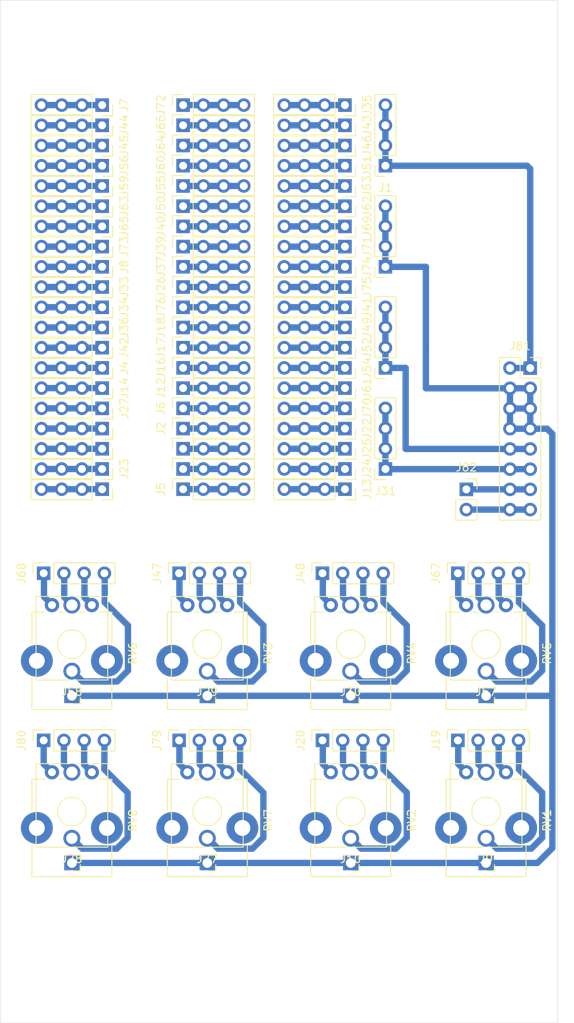
<source format=kicad_pcb>
(kicad_pcb (version 20171130) (host pcbnew 5.1.5)
  (layers (0 F.Cu signal) (31 B.Cu signal) (34 B.Paste user) (35 F.Paste user) (36 B.SilkS user) (37 F.SilkS user) (38 B.Mask user) (39 F.Mask user) (44 Edge.Cuts user))
  (net 0 "")
  (net 1 "Net-(J2-Pad1)")
  (net 2 "Net-(J3-Pad1)")
  (net 3 "Net-(J4-Pad1)")
  (net 4 "Net-(J5-Pad1)")
  (net 5 "Net-(J6-Pad1)")
  (net 6 "Net-(J7-Pad1)")
  (net 7 "Net-(J8-Pad1)")
  (net 8 GND)
  (net 9 "Net-(J12-Pad1)")
  (net 10 "Net-(J15-Pad1)")
  (net 11 "Net-(J16-Pad1)")
  (net 12 "Net-(J19-Pad2)")
  (net 13 "Net-(J19-Pad1)")
  (net 14 "Net-(J20-Pad1)")
  (net 15 "Net-(J23-Pad1)")
  (net 16 "Net-(J24-Pad1)")
  (net 17 "Net-(J10-Pad3)")
  (net 18 "Net-(J10-Pad2)")
  (net 19 "Net-(J13-Pad1)")
  (net 20 "Net-(J14-Pad1)")
  (net 21 "Net-(J17-Pad1)")
  (net 22 "Net-(J18-Pad1)")
  (net 23 "Net-(J22-Pad1)")
  (net 24 "Net-(J19-Pad4)")
  (net 25 "Net-(J19-Pad3)")
  (net 26 "Net-(J20-Pad3)")
  (net 27 "Net-(J25-Pad1)")
  (net 28 "Net-(J26-Pad1)")
  (net 29 "Net-(J27-Pad1)")
  (net 30 "Net-(J28-Pad1)")
  (net 31 "Net-(J29-Pad3)")
  (net 32 "Net-(J29-Pad2)")
  (net 33 "Net-(J30-Pad3)")
  (net 34 "Net-(J30-Pad2)")
  (net 35 "Net-(J32-Pad1)")
  (net 36 "Net-(J33-Pad1)")
  (net 37 "Net-(J34-Pad1)")
  (net 38 "Net-(J35-Pad1)")
  (net 39 "Net-(J36-Pad1)")
  (net 40 "Net-(J37-Pad1)")
  (net 41 "Net-(J38-Pad1)")
  (net 42 "Net-(J39-Pad1)")
  (net 43 "Net-(J40-Pad1)")
  (net 44 "Net-(J41-Pad1)")
  (net 45 "Net-(J42-Pad1)")
  (net 46 "Net-(J43-Pad1)")
  (net 47 "Net-(J44-Pad1)")
  (net 48 "Net-(J45-Pad1)")
  (net 49 "Net-(J46-Pad1)")
  (net 50 "Net-(J47-Pad3)")
  (net 51 "Net-(J47-Pad1)")
  (net 52 "Net-(J48-Pad3)")
  (net 53 "Net-(J48-Pad1)")
  (net 54 "Net-(J49-Pad1)")
  (net 55 "Net-(J50-Pad1)")
  (net 56 "Net-(J51-Pad1)")
  (net 57 "Net-(J52-Pad1)")
  (net 58 "Net-(J53-Pad1)")
  (net 59 "Net-(J54-Pad1)")
  (net 60 "Net-(J55-Pad1)")
  (net 61 "Net-(J56-Pad1)")
  (net 62 "Net-(J57-Pad3)")
  (net 63 "Net-(J57-Pad2)")
  (net 64 "Net-(J58-Pad3)")
  (net 65 "Net-(J58-Pad2)")
  (net 66 "Net-(J59-Pad1)")
  (net 67 "Net-(J60-Pad1)")
  (net 68 "Net-(J61-Pad1)")
  (net 69 "Net-(J62-Pad1)")
  (net 70 "Net-(J63-Pad1)")
  (net 71 "Net-(J64-Pad1)")
  (net 72 "Net-(J65-Pad1)")
  (net 73 "Net-(J66-Pad1)")
  (net 74 "Net-(J67-Pad3)")
  (net 75 "Net-(J67-Pad1)")
  (net 76 "Net-(J68-Pad3)")
  (net 77 "Net-(J68-Pad1)")
  (net 78 "Net-(J69-Pad1)")
  (net 79 "Net-(J70-Pad1)")
  (net 80 "Net-(J71-Pad1)")
  (net 81 "Net-(J72-Pad1)")
  (net 82 "Net-(J73-Pad1)")
  (net 83 "Net-(J74-Pad1)")
  (net 84 "Net-(J75-Pad1)")
  (net 85 "Net-(J76-Pad1)")
  (net 86 "Net-(J77-Pad3)")
  (net 87 "Net-(J77-Pad2)")
  (net 88 "Net-(J78-Pad3)")
  (net 89 "Net-(J78-Pad2)")
  (net 90 "Net-(J79-Pad3)")
  (net 91 "Net-(J79-Pad1)")
  (net 92 "Net-(J80-Pad3)")
  (net 93 "Net-(J80-Pad1)")
  (net 94 +5V)
  (net 95 +12V)
  (net 96 -12V)
  (net 97 "Net-(J81-Pad15)")
  (net 98 "Net-(J81-Pad13)")
  (module Connector_PinSocket_2.54mm:PinSocket_1x04_P2.54mm_Vertical (layer F.Cu) (at 213.36 63.5 180)
    (fp_text reference J11 hide)
    (fp_text value Conn_01x04_Male)
    (pad 4 thru_hole oval (at 0 7.62 180) (size 1.7 1.7) (drill 1) (layers *.Cu *.Mask) (net 8 GND))
    (pad 3 thru_hole oval (at 0 5.08 180) (size 1.7 1.7) (drill 1) (layers *.Cu *.Mask) (net 8 GND))
    (pad 2 thru_hole oval (at 0 2.54 180) (size 1.7 1.7) (drill 1) (layers *.Cu *.Mask) (net 8 GND))
    (pad 1 thru_hole rect (at 0 0 180) (size 1.7 1.7) (drill 1) (layers *.Cu *.Mask) (net 8 GND))
  )
  (module Connector_PinSocket_2.54mm:PinSocket_1x04_P2.54mm_Vertical (layer F.Cu) (at 187.96 68.58 90)
    (fp_text reference J76 (at 0 -2.77 90) (layer F.SilkS))
    (fp_text value Conn_01x04_Male)
    (pad 4 thru_hole oval (at 0 7.62 90) (size 1.7 1.7) (drill 1) (layers *.Cu *.Mask) (net 85 "Net-(J76-Pad1)"))
    (pad 3 thru_hole oval (at 0 5.08 90) (size 1.7 1.7) (drill 1) (layers *.Cu *.Mask) (net 85 "Net-(J76-Pad1)"))
    (pad 2 thru_hole oval (at 0 2.54 90) (size 1.7 1.7) (drill 1) (layers *.Cu *.Mask) (net 85 "Net-(J76-Pad1)"))
    (pad 1 thru_hole rect (at 0 0 90) (size 1.7 1.7) (drill 1) (layers *.Cu *.Mask) (net 85 "Net-(J76-Pad1)"))
  )
  (module Connector_PinSocket_2.54mm:PinSocket_1x04_P2.54mm_Vertical (layer F.Cu) (at 208.28 66.04 270)
    (fp_text reference J75 (at 0 -2.77 90) (layer F.SilkS))
    (fp_text value Conn_01x04_Male)
    (pad 4 thru_hole oval (at 0 7.62 270) (size 1.7 1.7) (drill 1) (layers *.Cu *.Mask) (net 84 "Net-(J75-Pad1)"))
    (pad 3 thru_hole oval (at 0 5.08 270) (size 1.7 1.7) (drill 1) (layers *.Cu *.Mask) (net 84 "Net-(J75-Pad1)"))
    (pad 2 thru_hole oval (at 0 2.54 270) (size 1.7 1.7) (drill 1) (layers *.Cu *.Mask) (net 84 "Net-(J75-Pad1)"))
    (pad 1 thru_hole rect (at 0 0 270) (size 1.7 1.7) (drill 1) (layers *.Cu *.Mask) (net 84 "Net-(J75-Pad1)"))
  )
  (module Connector_PinSocket_2.54mm:PinSocket_1x04_P2.54mm_Vertical (layer F.Cu) (at 208.28 63.5 270)
    (fp_text reference J74 (at 0 -2.77 90) (layer F.SilkS))
    (fp_text value Conn_01x04_Male)
    (pad 4 thru_hole oval (at 0 7.62 270) (size 1.7 1.7) (drill 1) (layers *.Cu *.Mask) (net 83 "Net-(J74-Pad1)"))
    (pad 3 thru_hole oval (at 0 5.08 270) (size 1.7 1.7) (drill 1) (layers *.Cu *.Mask) (net 83 "Net-(J74-Pad1)"))
    (pad 2 thru_hole oval (at 0 2.54 270) (size 1.7 1.7) (drill 1) (layers *.Cu *.Mask) (net 83 "Net-(J74-Pad1)"))
    (pad 1 thru_hole rect (at 0 0 270) (size 1.7 1.7) (drill 1) (layers *.Cu *.Mask) (net 83 "Net-(J74-Pad1)"))
  )
  (module Connector_PinSocket_2.54mm:PinSocket_1x04_P2.54mm_Vertical (layer F.Cu) (at 177.8 60.96 270)
    (fp_text reference J73 (at 0 -2.77 90) (layer F.SilkS))
    (fp_text value Conn_01x04_Male)
    (pad 4 thru_hole oval (at 0 7.62 270) (size 1.7 1.7) (drill 1) (layers *.Cu *.Mask) (net 82 "Net-(J73-Pad1)"))
    (pad 3 thru_hole oval (at 0 5.08 270) (size 1.7 1.7) (drill 1) (layers *.Cu *.Mask) (net 82 "Net-(J73-Pad1)"))
    (pad 2 thru_hole oval (at 0 2.54 270) (size 1.7 1.7) (drill 1) (layers *.Cu *.Mask) (net 82 "Net-(J73-Pad1)"))
    (pad 1 thru_hole rect (at 0 0 270) (size 1.7 1.7) (drill 1) (layers *.Cu *.Mask) (net 82 "Net-(J73-Pad1)"))
  )
  (module Connector_PinSocket_2.54mm:PinSocket_1x04_P2.54mm_Vertical (layer F.Cu) (at 187.96 43.18 90)
    (fp_text reference J72 (at 0 -2.77 90) (layer F.SilkS))
    (fp_text value Conn_01x04_Male)
    (pad 4 thru_hole oval (at 0 7.62 90) (size 1.7 1.7) (drill 1) (layers *.Cu *.Mask) (net 81 "Net-(J72-Pad1)"))
    (pad 3 thru_hole oval (at 0 5.08 90) (size 1.7 1.7) (drill 1) (layers *.Cu *.Mask) (net 81 "Net-(J72-Pad1)"))
    (pad 2 thru_hole oval (at 0 2.54 90) (size 1.7 1.7) (drill 1) (layers *.Cu *.Mask) (net 81 "Net-(J72-Pad1)"))
    (pad 1 thru_hole rect (at 0 0 90) (size 1.7 1.7) (drill 1) (layers *.Cu *.Mask) (net 81 "Net-(J72-Pad1)"))
  )
  (module Connector_PinSocket_2.54mm:PinSocket_1x04_P2.54mm_Vertical (layer F.Cu) (at 208.28 60.96 270)
    (fp_text reference J71 (at 0 -2.77 90) (layer F.SilkS))
    (fp_text value Conn_01x04_Male)
    (pad 4 thru_hole oval (at 0 7.62 270) (size 1.7 1.7) (drill 1) (layers *.Cu *.Mask) (net 80 "Net-(J71-Pad1)"))
    (pad 3 thru_hole oval (at 0 5.08 270) (size 1.7 1.7) (drill 1) (layers *.Cu *.Mask) (net 80 "Net-(J71-Pad1)"))
    (pad 2 thru_hole oval (at 0 2.54 270) (size 1.7 1.7) (drill 1) (layers *.Cu *.Mask) (net 80 "Net-(J71-Pad1)"))
    (pad 1 thru_hole rect (at 0 0 270) (size 1.7 1.7) (drill 1) (layers *.Cu *.Mask) (net 80 "Net-(J71-Pad1)"))
  )
  (module Connector_PinSocket_2.54mm:PinSocket_1x04_P2.54mm_Vertical (layer F.Cu) (at 208.28 81.28 270)
    (fp_text reference J70 (at 0 -2.77 90) (layer F.SilkS))
    (fp_text value Conn_01x04_Male)
    (pad 4 thru_hole oval (at 0 7.62 270) (size 1.7 1.7) (drill 1) (layers *.Cu *.Mask) (net 79 "Net-(J70-Pad1)"))
    (pad 3 thru_hole oval (at 0 5.08 270) (size 1.7 1.7) (drill 1) (layers *.Cu *.Mask) (net 79 "Net-(J70-Pad1)"))
    (pad 2 thru_hole oval (at 0 2.54 270) (size 1.7 1.7) (drill 1) (layers *.Cu *.Mask) (net 79 "Net-(J70-Pad1)"))
    (pad 1 thru_hole rect (at 0 0 270) (size 1.7 1.7) (drill 1) (layers *.Cu *.Mask) (net 79 "Net-(J70-Pad1)"))
  )
  (module Connector_PinSocket_2.54mm:PinSocket_1x04_P2.54mm_Vertical (layer F.Cu) (at 208.28 58.42 270)
    (fp_text reference J69 (at 0 -2.77 90) (layer F.SilkS))
    (fp_text value Conn_01x04_Male)
    (pad 4 thru_hole oval (at 0 7.62 270) (size 1.7 1.7) (drill 1) (layers *.Cu *.Mask) (net 78 "Net-(J69-Pad1)"))
    (pad 3 thru_hole oval (at 0 5.08 270) (size 1.7 1.7) (drill 1) (layers *.Cu *.Mask) (net 78 "Net-(J69-Pad1)"))
    (pad 2 thru_hole oval (at 0 2.54 270) (size 1.7 1.7) (drill 1) (layers *.Cu *.Mask) (net 78 "Net-(J69-Pad1)"))
    (pad 1 thru_hole rect (at 0 0 270) (size 1.7 1.7) (drill 1) (layers *.Cu *.Mask) (net 78 "Net-(J69-Pad1)"))
  )
  (module Connector_PinSocket_2.54mm:PinSocket_1x04_P2.54mm_Vertical (layer F.Cu) (at 187.96 45.72 90)
    (fp_text reference J66 (at 0 -2.77 90) (layer F.SilkS))
    (fp_text value Conn_01x04_Male)
    (pad 4 thru_hole oval (at 0 7.62 90) (size 1.7 1.7) (drill 1) (layers *.Cu *.Mask) (net 73 "Net-(J66-Pad1)"))
    (pad 3 thru_hole oval (at 0 5.08 90) (size 1.7 1.7) (drill 1) (layers *.Cu *.Mask) (net 73 "Net-(J66-Pad1)"))
    (pad 2 thru_hole oval (at 0 2.54 90) (size 1.7 1.7) (drill 1) (layers *.Cu *.Mask) (net 73 "Net-(J66-Pad1)"))
    (pad 1 thru_hole rect (at 0 0 90) (size 1.7 1.7) (drill 1) (layers *.Cu *.Mask) (net 73 "Net-(J66-Pad1)"))
  )
  (module Connector_PinSocket_2.54mm:PinSocket_1x04_P2.54mm_Vertical (layer F.Cu) (at 177.8 58.42 270)
    (fp_text reference J65 (at 0 -2.77 90) (layer F.SilkS))
    (fp_text value Conn_01x04_Male)
    (pad 4 thru_hole oval (at 0 7.62 270) (size 1.7 1.7) (drill 1) (layers *.Cu *.Mask) (net 72 "Net-(J65-Pad1)"))
    (pad 3 thru_hole oval (at 0 5.08 270) (size 1.7 1.7) (drill 1) (layers *.Cu *.Mask) (net 72 "Net-(J65-Pad1)"))
    (pad 2 thru_hole oval (at 0 2.54 270) (size 1.7 1.7) (drill 1) (layers *.Cu *.Mask) (net 72 "Net-(J65-Pad1)"))
    (pad 1 thru_hole rect (at 0 0 270) (size 1.7 1.7) (drill 1) (layers *.Cu *.Mask) (net 72 "Net-(J65-Pad1)"))
  )
  (module Connector_PinSocket_2.54mm:PinSocket_1x04_P2.54mm_Vertical (layer F.Cu) (at 187.96 48.26 90)
    (fp_text reference J64 (at 0 -2.77 90) (layer F.SilkS))
    (fp_text value Conn_01x04_Male)
    (pad 4 thru_hole oval (at 0 7.62 90) (size 1.7 1.7) (drill 1) (layers *.Cu *.Mask) (net 71 "Net-(J64-Pad1)"))
    (pad 3 thru_hole oval (at 0 5.08 90) (size 1.7 1.7) (drill 1) (layers *.Cu *.Mask) (net 71 "Net-(J64-Pad1)"))
    (pad 2 thru_hole oval (at 0 2.54 90) (size 1.7 1.7) (drill 1) (layers *.Cu *.Mask) (net 71 "Net-(J64-Pad1)"))
    (pad 1 thru_hole rect (at 0 0 90) (size 1.7 1.7) (drill 1) (layers *.Cu *.Mask) (net 71 "Net-(J64-Pad1)"))
  )
  (module Connector_PinSocket_2.54mm:PinSocket_1x04_P2.54mm_Vertical (layer F.Cu) (at 177.8 55.88 270)
    (fp_text reference J63 (at 0 -2.77 90) (layer F.SilkS))
    (fp_text value Conn_01x04_Male)
    (pad 4 thru_hole oval (at 0 7.62 270) (size 1.7 1.7) (drill 1) (layers *.Cu *.Mask) (net 70 "Net-(J63-Pad1)"))
    (pad 3 thru_hole oval (at 0 5.08 270) (size 1.7 1.7) (drill 1) (layers *.Cu *.Mask) (net 70 "Net-(J63-Pad1)"))
    (pad 2 thru_hole oval (at 0 2.54 270) (size 1.7 1.7) (drill 1) (layers *.Cu *.Mask) (net 70 "Net-(J63-Pad1)"))
    (pad 1 thru_hole rect (at 0 0 270) (size 1.7 1.7) (drill 1) (layers *.Cu *.Mask) (net 70 "Net-(J63-Pad1)"))
  )
  (module Connector_PinSocket_2.54mm:PinSocket_1x04_P2.54mm_Vertical (layer F.Cu) (at 208.28 55.88 270)
    (fp_text reference J62 (at 0 -2.77 90) (layer F.SilkS))
    (fp_text value Conn_01x04_Male)
    (pad 4 thru_hole oval (at 0 7.62 270) (size 1.7 1.7) (drill 1) (layers *.Cu *.Mask) (net 69 "Net-(J62-Pad1)"))
    (pad 3 thru_hole oval (at 0 5.08 270) (size 1.7 1.7) (drill 1) (layers *.Cu *.Mask) (net 69 "Net-(J62-Pad1)"))
    (pad 2 thru_hole oval (at 0 2.54 270) (size 1.7 1.7) (drill 1) (layers *.Cu *.Mask) (net 69 "Net-(J62-Pad1)"))
    (pad 1 thru_hole rect (at 0 0 270) (size 1.7 1.7) (drill 1) (layers *.Cu *.Mask) (net 69 "Net-(J62-Pad1)"))
  )
  (module Connector_PinSocket_2.54mm:PinSocket_1x04_P2.54mm_Vertical (layer F.Cu) (at 208.28 78.74 270)
    (fp_text reference J61 (at 0 -2.77 90) (layer F.SilkS))
    (fp_text value Conn_01x04_Male)
    (pad 4 thru_hole oval (at 0 7.62 270) (size 1.7 1.7) (drill 1) (layers *.Cu *.Mask) (net 68 "Net-(J61-Pad1)"))
    (pad 3 thru_hole oval (at 0 5.08 270) (size 1.7 1.7) (drill 1) (layers *.Cu *.Mask) (net 68 "Net-(J61-Pad1)"))
    (pad 2 thru_hole oval (at 0 2.54 270) (size 1.7 1.7) (drill 1) (layers *.Cu *.Mask) (net 68 "Net-(J61-Pad1)"))
    (pad 1 thru_hole rect (at 0 0 270) (size 1.7 1.7) (drill 1) (layers *.Cu *.Mask) (net 68 "Net-(J61-Pad1)"))
  )
  (module Connector_PinSocket_2.54mm:PinSocket_1x04_P2.54mm_Vertical (layer F.Cu) (at 187.96 50.8 90)
    (fp_text reference J60 (at 0 -2.77 90) (layer F.SilkS))
    (fp_text value Conn_01x04_Male)
    (pad 4 thru_hole oval (at 0 7.62 90) (size 1.7 1.7) (drill 1) (layers *.Cu *.Mask) (net 67 "Net-(J60-Pad1)"))
    (pad 3 thru_hole oval (at 0 5.08 90) (size 1.7 1.7) (drill 1) (layers *.Cu *.Mask) (net 67 "Net-(J60-Pad1)"))
    (pad 2 thru_hole oval (at 0 2.54 90) (size 1.7 1.7) (drill 1) (layers *.Cu *.Mask) (net 67 "Net-(J60-Pad1)"))
    (pad 1 thru_hole rect (at 0 0 90) (size 1.7 1.7) (drill 1) (layers *.Cu *.Mask) (net 67 "Net-(J60-Pad1)"))
  )
  (module Connector_PinSocket_2.54mm:PinSocket_1x04_P2.54mm_Vertical (layer F.Cu) (at 177.8 53.34 270)
    (fp_text reference J59 (at 0 -2.77 90) (layer F.SilkS))
    (fp_text value Conn_01x04_Male)
    (pad 4 thru_hole oval (at 0 7.62 270) (size 1.7 1.7) (drill 1) (layers *.Cu *.Mask) (net 66 "Net-(J59-Pad1)"))
    (pad 3 thru_hole oval (at 0 5.08 270) (size 1.7 1.7) (drill 1) (layers *.Cu *.Mask) (net 66 "Net-(J59-Pad1)"))
    (pad 2 thru_hole oval (at 0 2.54 270) (size 1.7 1.7) (drill 1) (layers *.Cu *.Mask) (net 66 "Net-(J59-Pad1)"))
    (pad 1 thru_hole rect (at 0 0 270) (size 1.7 1.7) (drill 1) (layers *.Cu *.Mask) (net 66 "Net-(J59-Pad1)"))
  )
  (module Connector_PinSocket_2.54mm:PinSocket_1x04_P2.54mm_Vertical (layer F.Cu) (at 177.8 50.8 270)
    (fp_text reference J56 (at 0 -2.77 90) (layer F.SilkS))
    (fp_text value Conn_01x04_Male)
    (pad 4 thru_hole oval (at 0 7.62 270) (size 1.7 1.7) (drill 1) (layers *.Cu *.Mask) (net 61 "Net-(J56-Pad1)"))
    (pad 3 thru_hole oval (at 0 5.08 270) (size 1.7 1.7) (drill 1) (layers *.Cu *.Mask) (net 61 "Net-(J56-Pad1)"))
    (pad 2 thru_hole oval (at 0 2.54 270) (size 1.7 1.7) (drill 1) (layers *.Cu *.Mask) (net 61 "Net-(J56-Pad1)"))
    (pad 1 thru_hole rect (at 0 0 270) (size 1.7 1.7) (drill 1) (layers *.Cu *.Mask) (net 61 "Net-(J56-Pad1)"))
  )
  (module Connector_PinSocket_2.54mm:PinSocket_1x04_P2.54mm_Vertical (layer F.Cu) (at 187.96 53.34 90)
    (fp_text reference J55 (at 0 -2.77 90) (layer F.SilkS))
    (fp_text value Conn_01x04_Male)
    (pad 4 thru_hole oval (at 0 7.62 90) (size 1.7 1.7) (drill 1) (layers *.Cu *.Mask) (net 60 "Net-(J55-Pad1)"))
    (pad 3 thru_hole oval (at 0 5.08 90) (size 1.7 1.7) (drill 1) (layers *.Cu *.Mask) (net 60 "Net-(J55-Pad1)"))
    (pad 2 thru_hole oval (at 0 2.54 90) (size 1.7 1.7) (drill 1) (layers *.Cu *.Mask) (net 60 "Net-(J55-Pad1)"))
    (pad 1 thru_hole rect (at 0 0 90) (size 1.7 1.7) (drill 1) (layers *.Cu *.Mask) (net 60 "Net-(J55-Pad1)"))
  )
  (module Connector_PinSocket_2.54mm:PinSocket_1x04_P2.54mm_Vertical (layer F.Cu) (at 208.28 76.2 270)
    (fp_text reference J54 (at 0 -2.77 90) (layer F.SilkS))
    (fp_text value Conn_01x04_Male)
    (pad 4 thru_hole oval (at 0 7.62 270) (size 1.7 1.7) (drill 1) (layers *.Cu *.Mask) (net 59 "Net-(J54-Pad1)"))
    (pad 3 thru_hole oval (at 0 5.08 270) (size 1.7 1.7) (drill 1) (layers *.Cu *.Mask) (net 59 "Net-(J54-Pad1)"))
    (pad 2 thru_hole oval (at 0 2.54 270) (size 1.7 1.7) (drill 1) (layers *.Cu *.Mask) (net 59 "Net-(J54-Pad1)"))
    (pad 1 thru_hole rect (at 0 0 270) (size 1.7 1.7) (drill 1) (layers *.Cu *.Mask) (net 59 "Net-(J54-Pad1)"))
  )
  (module Connector_PinSocket_2.54mm:PinSocket_1x04_P2.54mm_Vertical (layer F.Cu) (at 208.28 53.34 270)
    (fp_text reference J53 (at 0 -2.77 90) (layer F.SilkS))
    (fp_text value Conn_01x04_Male)
    (pad 4 thru_hole oval (at 0 7.62 270) (size 1.7 1.7) (drill 1) (layers *.Cu *.Mask) (net 58 "Net-(J53-Pad1)"))
    (pad 3 thru_hole oval (at 0 5.08 270) (size 1.7 1.7) (drill 1) (layers *.Cu *.Mask) (net 58 "Net-(J53-Pad1)"))
    (pad 2 thru_hole oval (at 0 2.54 270) (size 1.7 1.7) (drill 1) (layers *.Cu *.Mask) (net 58 "Net-(J53-Pad1)"))
    (pad 1 thru_hole rect (at 0 0 270) (size 1.7 1.7) (drill 1) (layers *.Cu *.Mask) (net 58 "Net-(J53-Pad1)"))
  )
  (module Connector_PinSocket_2.54mm:PinSocket_1x04_P2.54mm_Vertical (layer F.Cu) (at 208.28 73.66 270)
    (fp_text reference J52 (at 0 -2.77 90) (layer F.SilkS))
    (fp_text value Conn_01x04_Male)
    (pad 4 thru_hole oval (at 0 7.62 270) (size 1.7 1.7) (drill 1) (layers *.Cu *.Mask) (net 57 "Net-(J52-Pad1)"))
    (pad 3 thru_hole oval (at 0 5.08 270) (size 1.7 1.7) (drill 1) (layers *.Cu *.Mask) (net 57 "Net-(J52-Pad1)"))
    (pad 2 thru_hole oval (at 0 2.54 270) (size 1.7 1.7) (drill 1) (layers *.Cu *.Mask) (net 57 "Net-(J52-Pad1)"))
    (pad 1 thru_hole rect (at 0 0 270) (size 1.7 1.7) (drill 1) (layers *.Cu *.Mask) (net 57 "Net-(J52-Pad1)"))
  )
  (module Connector_PinSocket_2.54mm:PinSocket_1x04_P2.54mm_Vertical (layer F.Cu) (at 208.28 50.8 270)
    (fp_text reference J51 (at 0 -2.77 90) (layer F.SilkS))
    (fp_text value Conn_01x04_Male)
    (pad 4 thru_hole oval (at 0 7.62 270) (size 1.7 1.7) (drill 1) (layers *.Cu *.Mask) (net 56 "Net-(J51-Pad1)"))
    (pad 3 thru_hole oval (at 0 5.08 270) (size 1.7 1.7) (drill 1) (layers *.Cu *.Mask) (net 56 "Net-(J51-Pad1)"))
    (pad 2 thru_hole oval (at 0 2.54 270) (size 1.7 1.7) (drill 1) (layers *.Cu *.Mask) (net 56 "Net-(J51-Pad1)"))
    (pad 1 thru_hole rect (at 0 0 270) (size 1.7 1.7) (drill 1) (layers *.Cu *.Mask) (net 56 "Net-(J51-Pad1)"))
  )
  (module Connector_PinSocket_2.54mm:PinSocket_1x04_P2.54mm_Vertical (layer F.Cu) (at 187.96 55.88 90)
    (fp_text reference J50 (at 0 -2.77 90) (layer F.SilkS))
    (fp_text value Conn_01x04_Male)
    (pad 4 thru_hole oval (at 0 7.62 90) (size 1.7 1.7) (drill 1) (layers *.Cu *.Mask) (net 55 "Net-(J50-Pad1)"))
    (pad 3 thru_hole oval (at 0 5.08 90) (size 1.7 1.7) (drill 1) (layers *.Cu *.Mask) (net 55 "Net-(J50-Pad1)"))
    (pad 2 thru_hole oval (at 0 2.54 90) (size 1.7 1.7) (drill 1) (layers *.Cu *.Mask) (net 55 "Net-(J50-Pad1)"))
    (pad 1 thru_hole rect (at 0 0 90) (size 1.7 1.7) (drill 1) (layers *.Cu *.Mask) (net 55 "Net-(J50-Pad1)"))
  )
  (module Connector_PinSocket_2.54mm:PinSocket_1x04_P2.54mm_Vertical (layer F.Cu) (at 208.28 71.12 270)
    (fp_text reference J49 (at 0 -2.77 90) (layer F.SilkS))
    (fp_text value Conn_01x04_Male)
    (pad 4 thru_hole oval (at 0 7.62 270) (size 1.7 1.7) (drill 1) (layers *.Cu *.Mask) (net 54 "Net-(J49-Pad1)"))
    (pad 3 thru_hole oval (at 0 5.08 270) (size 1.7 1.7) (drill 1) (layers *.Cu *.Mask) (net 54 "Net-(J49-Pad1)"))
    (pad 2 thru_hole oval (at 0 2.54 270) (size 1.7 1.7) (drill 1) (layers *.Cu *.Mask) (net 54 "Net-(J49-Pad1)"))
    (pad 1 thru_hole rect (at 0 0 270) (size 1.7 1.7) (drill 1) (layers *.Cu *.Mask) (net 54 "Net-(J49-Pad1)"))
  )
  (module Connector_PinSocket_2.54mm:PinSocket_1x04_P2.54mm_Vertical (layer F.Cu) (at 208.28 48.26 270)
    (fp_text reference J46 (at 0 -2.77 90) (layer F.SilkS))
    (fp_text value Conn_01x04_Male)
    (pad 4 thru_hole oval (at 0 7.62 270) (size 1.7 1.7) (drill 1) (layers *.Cu *.Mask) (net 49 "Net-(J46-Pad1)"))
    (pad 3 thru_hole oval (at 0 5.08 270) (size 1.7 1.7) (drill 1) (layers *.Cu *.Mask) (net 49 "Net-(J46-Pad1)"))
    (pad 2 thru_hole oval (at 0 2.54 270) (size 1.7 1.7) (drill 1) (layers *.Cu *.Mask) (net 49 "Net-(J46-Pad1)"))
    (pad 1 thru_hole rect (at 0 0 270) (size 1.7 1.7) (drill 1) (layers *.Cu *.Mask) (net 49 "Net-(J46-Pad1)"))
  )
  (module Connector_PinSocket_2.54mm:PinSocket_1x04_P2.54mm_Vertical (layer F.Cu) (at 177.8 48.26 270)
    (fp_text reference J45 (at 0 -2.77 90) (layer F.SilkS))
    (fp_text value Conn_01x04_Male)
    (pad 4 thru_hole oval (at 0 7.62 270) (size 1.7 1.7) (drill 1) (layers *.Cu *.Mask) (net 48 "Net-(J45-Pad1)"))
    (pad 3 thru_hole oval (at 0 5.08 270) (size 1.7 1.7) (drill 1) (layers *.Cu *.Mask) (net 48 "Net-(J45-Pad1)"))
    (pad 2 thru_hole oval (at 0 2.54 270) (size 1.7 1.7) (drill 1) (layers *.Cu *.Mask) (net 48 "Net-(J45-Pad1)"))
    (pad 1 thru_hole rect (at 0 0 270) (size 1.7 1.7) (drill 1) (layers *.Cu *.Mask) (net 48 "Net-(J45-Pad1)"))
  )
  (module Connector_PinSocket_2.54mm:PinSocket_1x04_P2.54mm_Vertical (layer F.Cu) (at 177.8 45.72 270)
    (fp_text reference J44 (at 0 -2.77 90) (layer F.SilkS))
    (fp_text value Conn_01x04_Male)
    (pad 4 thru_hole oval (at 0 7.62 270) (size 1.7 1.7) (drill 1) (layers *.Cu *.Mask) (net 47 "Net-(J44-Pad1)"))
    (pad 3 thru_hole oval (at 0 5.08 270) (size 1.7 1.7) (drill 1) (layers *.Cu *.Mask) (net 47 "Net-(J44-Pad1)"))
    (pad 2 thru_hole oval (at 0 2.54 270) (size 1.7 1.7) (drill 1) (layers *.Cu *.Mask) (net 47 "Net-(J44-Pad1)"))
    (pad 1 thru_hole rect (at 0 0 270) (size 1.7 1.7) (drill 1) (layers *.Cu *.Mask) (net 47 "Net-(J44-Pad1)"))
  )
  (module Connector_PinSocket_2.54mm:PinSocket_1x04_P2.54mm_Vertical (layer F.Cu) (at 208.28 45.72 270)
    (fp_text reference J43 (at 0 -2.77 90) (layer F.SilkS))
    (fp_text value Conn_01x04_Male)
    (pad 4 thru_hole oval (at 0 7.62 270) (size 1.7 1.7) (drill 1) (layers *.Cu *.Mask) (net 46 "Net-(J43-Pad1)"))
    (pad 3 thru_hole oval (at 0 5.08 270) (size 1.7 1.7) (drill 1) (layers *.Cu *.Mask) (net 46 "Net-(J43-Pad1)"))
    (pad 2 thru_hole oval (at 0 2.54 270) (size 1.7 1.7) (drill 1) (layers *.Cu *.Mask) (net 46 "Net-(J43-Pad1)"))
    (pad 1 thru_hole rect (at 0 0 270) (size 1.7 1.7) (drill 1) (layers *.Cu *.Mask) (net 46 "Net-(J43-Pad1)"))
  )
  (module Connector_PinSocket_2.54mm:PinSocket_1x04_P2.54mm_Vertical (layer F.Cu) (at 177.8 73.66 270)
    (fp_text reference J42 (at 0 -2.77 90) (layer F.SilkS))
    (fp_text value Conn_01x04_Male)
    (pad 4 thru_hole oval (at 0 7.62 270) (size 1.7 1.7) (drill 1) (layers *.Cu *.Mask) (net 45 "Net-(J42-Pad1)"))
    (pad 3 thru_hole oval (at 0 5.08 270) (size 1.7 1.7) (drill 1) (layers *.Cu *.Mask) (net 45 "Net-(J42-Pad1)"))
    (pad 2 thru_hole oval (at 0 2.54 270) (size 1.7 1.7) (drill 1) (layers *.Cu *.Mask) (net 45 "Net-(J42-Pad1)"))
    (pad 1 thru_hole rect (at 0 0 270) (size 1.7 1.7) (drill 1) (layers *.Cu *.Mask) (net 45 "Net-(J42-Pad1)"))
  )
  (module Connector_PinSocket_2.54mm:PinSocket_1x04_P2.54mm_Vertical (layer F.Cu) (at 208.28 68.58 270)
    (fp_text reference J41 (at 0 -2.77 90) (layer F.SilkS))
    (fp_text value Conn_01x04_Male)
    (pad 4 thru_hole oval (at 0 7.62 270) (size 1.7 1.7) (drill 1) (layers *.Cu *.Mask) (net 44 "Net-(J41-Pad1)"))
    (pad 3 thru_hole oval (at 0 5.08 270) (size 1.7 1.7) (drill 1) (layers *.Cu *.Mask) (net 44 "Net-(J41-Pad1)"))
    (pad 2 thru_hole oval (at 0 2.54 270) (size 1.7 1.7) (drill 1) (layers *.Cu *.Mask) (net 44 "Net-(J41-Pad1)"))
    (pad 1 thru_hole rect (at 0 0 270) (size 1.7 1.7) (drill 1) (layers *.Cu *.Mask) (net 44 "Net-(J41-Pad1)"))
  )
  (module Connector_PinSocket_2.54mm:PinSocket_1x04_P2.54mm_Vertical (layer F.Cu) (at 187.96 58.42 90)
    (fp_text reference J40 (at 0 -2.77 90) (layer F.SilkS))
    (fp_text value Conn_01x04_Male)
    (pad 4 thru_hole oval (at 0 7.62 90) (size 1.7 1.7) (drill 1) (layers *.Cu *.Mask) (net 43 "Net-(J40-Pad1)"))
    (pad 3 thru_hole oval (at 0 5.08 90) (size 1.7 1.7) (drill 1) (layers *.Cu *.Mask) (net 43 "Net-(J40-Pad1)"))
    (pad 2 thru_hole oval (at 0 2.54 90) (size 1.7 1.7) (drill 1) (layers *.Cu *.Mask) (net 43 "Net-(J40-Pad1)"))
    (pad 1 thru_hole rect (at 0 0 90) (size 1.7 1.7) (drill 1) (layers *.Cu *.Mask) (net 43 "Net-(J40-Pad1)"))
  )
  (module Connector_PinSocket_2.54mm:PinSocket_1x04_P2.54mm_Vertical (layer F.Cu) (at 187.96 60.96 90)
    (fp_text reference J39 (at 0 -2.77 90) (layer F.SilkS))
    (fp_text value Conn_01x04_Male)
    (pad 4 thru_hole oval (at 0 7.62 90) (size 1.7 1.7) (drill 1) (layers *.Cu *.Mask) (net 42 "Net-(J39-Pad1)"))
    (pad 3 thru_hole oval (at 0 5.08 90) (size 1.7 1.7) (drill 1) (layers *.Cu *.Mask) (net 42 "Net-(J39-Pad1)"))
    (pad 2 thru_hole oval (at 0 2.54 90) (size 1.7 1.7) (drill 1) (layers *.Cu *.Mask) (net 42 "Net-(J39-Pad1)"))
    (pad 1 thru_hole rect (at 0 0 90) (size 1.7 1.7) (drill 1) (layers *.Cu *.Mask) (net 42 "Net-(J39-Pad1)"))
  )
  (module Connector_PinSocket_2.54mm:PinSocket_1x04_P2.54mm_Vertical (layer F.Cu) (at 187.96 88.9 90)
    (fp_text reference J38 hide)
    (fp_text value Conn_01x04_Male)
    (pad 4 thru_hole oval (at 0 7.62 90) (size 1.7 1.7) (drill 1) (layers *.Cu *.Mask) (net 41 "Net-(J38-Pad1)"))
    (pad 3 thru_hole oval (at 0 5.08 90) (size 1.7 1.7) (drill 1) (layers *.Cu *.Mask) (net 41 "Net-(J38-Pad1)"))
    (pad 2 thru_hole oval (at 0 2.54 90) (size 1.7 1.7) (drill 1) (layers *.Cu *.Mask) (net 41 "Net-(J38-Pad1)"))
    (pad 1 thru_hole rect (at 0 0 90) (size 1.7 1.7) (drill 1) (layers *.Cu *.Mask) (net 41 "Net-(J38-Pad1)"))
  )
  (module Connector_PinSocket_2.54mm:PinSocket_1x04_P2.54mm_Vertical (layer F.Cu) (at 187.96 63.5 90)
    (fp_text reference J37 (at 0 -2.77 90) (layer F.SilkS))
    (fp_text value Conn_01x04_Male)
    (pad 4 thru_hole oval (at 0 7.62 90) (size 1.7 1.7) (drill 1) (layers *.Cu *.Mask) (net 40 "Net-(J37-Pad1)"))
    (pad 3 thru_hole oval (at 0 5.08 90) (size 1.7 1.7) (drill 1) (layers *.Cu *.Mask) (net 40 "Net-(J37-Pad1)"))
    (pad 2 thru_hole oval (at 0 2.54 90) (size 1.7 1.7) (drill 1) (layers *.Cu *.Mask) (net 40 "Net-(J37-Pad1)"))
    (pad 1 thru_hole rect (at 0 0 90) (size 1.7 1.7) (drill 1) (layers *.Cu *.Mask) (net 40 "Net-(J37-Pad1)"))
  )
  (module Connector_PinSocket_2.54mm:PinSocket_1x04_P2.54mm_Vertical (layer F.Cu) (at 177.8 71.12 270)
    (fp_text reference J36 (at 0 -2.77 90) (layer F.SilkS))
    (fp_text value Conn_01x04_Male)
    (pad 4 thru_hole oval (at 0 7.62 270) (size 1.7 1.7) (drill 1) (layers *.Cu *.Mask) (net 39 "Net-(J36-Pad1)"))
    (pad 3 thru_hole oval (at 0 5.08 270) (size 1.7 1.7) (drill 1) (layers *.Cu *.Mask) (net 39 "Net-(J36-Pad1)"))
    (pad 2 thru_hole oval (at 0 2.54 270) (size 1.7 1.7) (drill 1) (layers *.Cu *.Mask) (net 39 "Net-(J36-Pad1)"))
    (pad 1 thru_hole rect (at 0 0 270) (size 1.7 1.7) (drill 1) (layers *.Cu *.Mask) (net 39 "Net-(J36-Pad1)"))
  )
  (module Connector_PinSocket_2.54mm:PinSocket_1x04_P2.54mm_Vertical (layer F.Cu) (at 208.28 43.18 270)
    (fp_text reference J35 (at 0 -2.77 90) (layer F.SilkS))
    (fp_text value Conn_01x04_Male)
    (pad 4 thru_hole oval (at 0 7.62 270) (size 1.7 1.7) (drill 1) (layers *.Cu *.Mask) (net 38 "Net-(J35-Pad1)"))
    (pad 3 thru_hole oval (at 0 5.08 270) (size 1.7 1.7) (drill 1) (layers *.Cu *.Mask) (net 38 "Net-(J35-Pad1)"))
    (pad 2 thru_hole oval (at 0 2.54 270) (size 1.7 1.7) (drill 1) (layers *.Cu *.Mask) (net 38 "Net-(J35-Pad1)"))
    (pad 1 thru_hole rect (at 0 0 270) (size 1.7 1.7) (drill 1) (layers *.Cu *.Mask) (net 38 "Net-(J35-Pad1)"))
  )
  (module Connector_PinSocket_2.54mm:PinSocket_1x04_P2.54mm_Vertical (layer F.Cu) (at 177.8 68.58 270)
    (fp_text reference J34 (at 0 -2.77 90) (layer F.SilkS))
    (fp_text value Conn_01x04_Male)
    (pad 4 thru_hole oval (at 0 7.62 270) (size 1.7 1.7) (drill 1) (layers *.Cu *.Mask) (net 37 "Net-(J34-Pad1)"))
    (pad 3 thru_hole oval (at 0 5.08 270) (size 1.7 1.7) (drill 1) (layers *.Cu *.Mask) (net 37 "Net-(J34-Pad1)"))
    (pad 2 thru_hole oval (at 0 2.54 270) (size 1.7 1.7) (drill 1) (layers *.Cu *.Mask) (net 37 "Net-(J34-Pad1)"))
    (pad 1 thru_hole rect (at 0 0 270) (size 1.7 1.7) (drill 1) (layers *.Cu *.Mask) (net 37 "Net-(J34-Pad1)"))
  )
  (module Connector_PinSocket_2.54mm:PinSocket_1x04_P2.54mm_Vertical (layer F.Cu) (at 177.8 66.04 270)
    (fp_text reference J33 (at 0 -2.77 90) (layer F.SilkS))
    (fp_text value Conn_01x04_Male)
    (pad 4 thru_hole oval (at 0 7.62 270) (size 1.7 1.7) (drill 1) (layers *.Cu *.Mask) (net 36 "Net-(J33-Pad1)"))
    (pad 3 thru_hole oval (at 0 5.08 270) (size 1.7 1.7) (drill 1) (layers *.Cu *.Mask) (net 36 "Net-(J33-Pad1)"))
    (pad 2 thru_hole oval (at 0 2.54 270) (size 1.7 1.7) (drill 1) (layers *.Cu *.Mask) (net 36 "Net-(J33-Pad1)"))
    (pad 1 thru_hole rect (at 0 0 270) (size 1.7 1.7) (drill 1) (layers *.Cu *.Mask) (net 36 "Net-(J33-Pad1)"))
  )
  (module Connector_PinSocket_2.54mm:PinSocket_1x04_P2.54mm_Vertical (layer F.Cu) (at 177.8 86.36 270)
    (fp_text reference J32 hide)
    (fp_text value Conn_01x04_Male)
    (pad 4 thru_hole oval (at 0 7.62 270) (size 1.7 1.7) (drill 1) (layers *.Cu *.Mask) (net 35 "Net-(J32-Pad1)"))
    (pad 3 thru_hole oval (at 0 5.08 270) (size 1.7 1.7) (drill 1) (layers *.Cu *.Mask) (net 35 "Net-(J32-Pad1)"))
    (pad 2 thru_hole oval (at 0 2.54 270) (size 1.7 1.7) (drill 1) (layers *.Cu *.Mask) (net 35 "Net-(J32-Pad1)"))
    (pad 1 thru_hole rect (at 0 0 270) (size 1.7 1.7) (drill 1) (layers *.Cu *.Mask) (net 35 "Net-(J32-Pad1)"))
  )
  (module Connector_PinSocket_2.54mm:PinSocket_1x04_P2.54mm_Vertical (layer F.Cu) (at 213.36 88.9 180)
    (fp_text reference J31 (at 0 -2.77) (layer F.SilkS))
    (fp_text value Conn_01x04_Male)
    (pad 4 thru_hole oval (at 0 7.62 180) (size 1.7 1.7) (drill 1) (layers *.Cu *.Mask) (net 94 +5V))
    (pad 3 thru_hole oval (at 0 5.08 180) (size 1.7 1.7) (drill 1) (layers *.Cu *.Mask) (net 94 +5V))
    (pad 2 thru_hole oval (at 0 2.54 180) (size 1.7 1.7) (drill 1) (layers *.Cu *.Mask) (net 94 +5V))
    (pad 1 thru_hole rect (at 0 0 180) (size 1.7 1.7) (drill 1) (layers *.Cu *.Mask) (net 94 +5V))
  )
  (module Connector_PinSocket_2.54mm:PinSocket_1x04_P2.54mm_Vertical (layer F.Cu) (at 177.8 83.82 270)
    (fp_text reference J28 hide)
    (fp_text value Conn_01x04_Male)
    (pad 4 thru_hole oval (at 0 7.62 270) (size 1.7 1.7) (drill 1) (layers *.Cu *.Mask) (net 30 "Net-(J28-Pad1)"))
    (pad 3 thru_hole oval (at 0 5.08 270) (size 1.7 1.7) (drill 1) (layers *.Cu *.Mask) (net 30 "Net-(J28-Pad1)"))
    (pad 2 thru_hole oval (at 0 2.54 270) (size 1.7 1.7) (drill 1) (layers *.Cu *.Mask) (net 30 "Net-(J28-Pad1)"))
    (pad 1 thru_hole rect (at 0 0 270) (size 1.7 1.7) (drill 1) (layers *.Cu *.Mask) (net 30 "Net-(J28-Pad1)"))
  )
  (module Connector_PinSocket_2.54mm:PinSocket_1x04_P2.54mm_Vertical (layer F.Cu) (at 177.8 81.28 270)
    (fp_text reference J27 (at 0 -2.77 90) (layer F.SilkS))
    (fp_text value Conn_01x04_Male)
    (pad 4 thru_hole oval (at 0 7.62 270) (size 1.7 1.7) (drill 1) (layers *.Cu *.Mask) (net 29 "Net-(J27-Pad1)"))
    (pad 3 thru_hole oval (at 0 5.08 270) (size 1.7 1.7) (drill 1) (layers *.Cu *.Mask) (net 29 "Net-(J27-Pad1)"))
    (pad 2 thru_hole oval (at 0 2.54 270) (size 1.7 1.7) (drill 1) (layers *.Cu *.Mask) (net 29 "Net-(J27-Pad1)"))
    (pad 1 thru_hole rect (at 0 0 270) (size 1.7 1.7) (drill 1) (layers *.Cu *.Mask) (net 29 "Net-(J27-Pad1)"))
  )
  (module Connector_PinSocket_2.54mm:PinSocket_1x04_P2.54mm_Vertical (layer F.Cu) (at 187.96 66.04 90)
    (fp_text reference J26 (at 0 -2.77 90) (layer F.SilkS))
    (fp_text value Conn_01x04_Male)
    (pad 4 thru_hole oval (at 0 7.62 90) (size 1.7 1.7) (drill 1) (layers *.Cu *.Mask) (net 28 "Net-(J26-Pad1)"))
    (pad 3 thru_hole oval (at 0 5.08 90) (size 1.7 1.7) (drill 1) (layers *.Cu *.Mask) (net 28 "Net-(J26-Pad1)"))
    (pad 2 thru_hole oval (at 0 2.54 90) (size 1.7 1.7) (drill 1) (layers *.Cu *.Mask) (net 28 "Net-(J26-Pad1)"))
    (pad 1 thru_hole rect (at 0 0 90) (size 1.7 1.7) (drill 1) (layers *.Cu *.Mask) (net 28 "Net-(J26-Pad1)"))
  )
  (module Connector_PinSocket_2.54mm:PinSocket_1x04_P2.54mm_Vertical (layer F.Cu) (at 208.28 86.36 270)
    (fp_text reference J25 (at 0 -2.77 90) (layer F.SilkS))
    (fp_text value Conn_01x04_Male)
    (pad 4 thru_hole oval (at 0 7.62 270) (size 1.7 1.7) (drill 1) (layers *.Cu *.Mask) (net 27 "Net-(J25-Pad1)"))
    (pad 3 thru_hole oval (at 0 5.08 270) (size 1.7 1.7) (drill 1) (layers *.Cu *.Mask) (net 27 "Net-(J25-Pad1)"))
    (pad 2 thru_hole oval (at 0 2.54 270) (size 1.7 1.7) (drill 1) (layers *.Cu *.Mask) (net 27 "Net-(J25-Pad1)"))
    (pad 1 thru_hole rect (at 0 0 270) (size 1.7 1.7) (drill 1) (layers *.Cu *.Mask) (net 27 "Net-(J25-Pad1)"))
  )
  (module Connector_PinSocket_2.54mm:PinSocket_1x04_P2.54mm_Vertical (layer F.Cu) (at 208.28 88.9 270)
    (fp_text reference J24 (at 0 -2.77 90) (layer F.SilkS))
    (fp_text value Conn_01x04_Male)
    (pad 4 thru_hole oval (at 0 7.62 270) (size 1.7 1.7) (drill 1) (layers *.Cu *.Mask) (net 16 "Net-(J24-Pad1)"))
    (pad 3 thru_hole oval (at 0 5.08 270) (size 1.7 1.7) (drill 1) (layers *.Cu *.Mask) (net 16 "Net-(J24-Pad1)"))
    (pad 2 thru_hole oval (at 0 2.54 270) (size 1.7 1.7) (drill 1) (layers *.Cu *.Mask) (net 16 "Net-(J24-Pad1)"))
    (pad 1 thru_hole rect (at 0 0 270) (size 1.7 1.7) (drill 1) (layers *.Cu *.Mask) (net 16 "Net-(J24-Pad1)"))
  )
  (module Connector_PinSocket_2.54mm:PinSocket_1x04_P2.54mm_Vertical (layer F.Cu) (at 177.8 88.9 270)
    (fp_text reference J23 (at 0 -2.77 90) (layer F.SilkS))
    (fp_text value Conn_01x04_Male)
    (pad 4 thru_hole oval (at 0 7.62 270) (size 1.7 1.7) (drill 1) (layers *.Cu *.Mask) (net 15 "Net-(J23-Pad1)"))
    (pad 3 thru_hole oval (at 0 5.08 270) (size 1.7 1.7) (drill 1) (layers *.Cu *.Mask) (net 15 "Net-(J23-Pad1)"))
    (pad 2 thru_hole oval (at 0 2.54 270) (size 1.7 1.7) (drill 1) (layers *.Cu *.Mask) (net 15 "Net-(J23-Pad1)"))
    (pad 1 thru_hole rect (at 0 0 270) (size 1.7 1.7) (drill 1) (layers *.Cu *.Mask) (net 15 "Net-(J23-Pad1)"))
  )
  (module Connector_PinSocket_2.54mm:PinSocket_1x04_P2.54mm_Vertical (layer F.Cu) (at 208.28 83.82 270)
    (fp_text reference J22 (at 0 -2.77 90) (layer F.SilkS))
    (fp_text value Conn_01x04_Male)
    (pad 4 thru_hole oval (at 0 7.62 270) (size 1.7 1.7) (drill 1) (layers *.Cu *.Mask) (net 23 "Net-(J22-Pad1)"))
    (pad 3 thru_hole oval (at 0 5.08 270) (size 1.7 1.7) (drill 1) (layers *.Cu *.Mask) (net 23 "Net-(J22-Pad1)"))
    (pad 2 thru_hole oval (at 0 2.54 270) (size 1.7 1.7) (drill 1) (layers *.Cu *.Mask) (net 23 "Net-(J22-Pad1)"))
    (pad 1 thru_hole rect (at 0 0 270) (size 1.7 1.7) (drill 1) (layers *.Cu *.Mask) (net 23 "Net-(J22-Pad1)"))
  )
  (module Connector_PinSocket_2.54mm:PinSocket_1x04_P2.54mm_Vertical (layer F.Cu) (at 213.36 76.2 180)
    (fp_text reference J21 hide)
    (fp_text value Conn_01x04_Male)
    (pad 4 thru_hole oval (at 0 7.62 180) (size 1.7 1.7) (drill 1) (layers *.Cu *.Mask) (net 95 +12V))
    (pad 3 thru_hole oval (at 0 5.08 180) (size 1.7 1.7) (drill 1) (layers *.Cu *.Mask) (net 95 +12V))
    (pad 2 thru_hole oval (at 0 2.54 180) (size 1.7 1.7) (drill 1) (layers *.Cu *.Mask) (net 95 +12V))
    (pad 1 thru_hole rect (at 0 0 180) (size 1.7 1.7) (drill 1) (layers *.Cu *.Mask) (net 95 +12V))
  )
  (module Connector_PinSocket_2.54mm:PinSocket_1x04_P2.54mm_Vertical (layer F.Cu) (at 187.96 71.12 90)
    (fp_text reference J18 (at 0 -2.77 90) (layer F.SilkS))
    (fp_text value Conn_01x04_Male)
    (pad 4 thru_hole oval (at 0 7.62 90) (size 1.7 1.7) (drill 1) (layers *.Cu *.Mask) (net 22 "Net-(J18-Pad1)"))
    (pad 3 thru_hole oval (at 0 5.08 90) (size 1.7 1.7) (drill 1) (layers *.Cu *.Mask) (net 22 "Net-(J18-Pad1)"))
    (pad 2 thru_hole oval (at 0 2.54 90) (size 1.7 1.7) (drill 1) (layers *.Cu *.Mask) (net 22 "Net-(J18-Pad1)"))
    (pad 1 thru_hole rect (at 0 0 90) (size 1.7 1.7) (drill 1) (layers *.Cu *.Mask) (net 22 "Net-(J18-Pad1)"))
  )
  (module Connector_PinSocket_2.54mm:PinSocket_1x04_P2.54mm_Vertical (layer F.Cu) (at 187.96 73.66 90)
    (fp_text reference J17 (at 0 -2.77 90) (layer F.SilkS))
    (fp_text value Conn_01x04_Male)
    (pad 4 thru_hole oval (at 0 7.62 90) (size 1.7 1.7) (drill 1) (layers *.Cu *.Mask) (net 21 "Net-(J17-Pad1)"))
    (pad 3 thru_hole oval (at 0 5.08 90) (size 1.7 1.7) (drill 1) (layers *.Cu *.Mask) (net 21 "Net-(J17-Pad1)"))
    (pad 2 thru_hole oval (at 0 2.54 90) (size 1.7 1.7) (drill 1) (layers *.Cu *.Mask) (net 21 "Net-(J17-Pad1)"))
    (pad 1 thru_hole rect (at 0 0 90) (size 1.7 1.7) (drill 1) (layers *.Cu *.Mask) (net 21 "Net-(J17-Pad1)"))
  )
  (module Connector_PinSocket_2.54mm:PinSocket_1x04_P2.54mm_Vertical (layer F.Cu) (at 187.96 76.2 90)
    (fp_text reference J16 (at 0 -2.77 90) (layer F.SilkS))
    (fp_text value Conn_01x04_Male)
    (pad 4 thru_hole oval (at 0 7.62 90) (size 1.7 1.7) (drill 1) (layers *.Cu *.Mask) (net 11 "Net-(J16-Pad1)"))
    (pad 3 thru_hole oval (at 0 5.08 90) (size 1.7 1.7) (drill 1) (layers *.Cu *.Mask) (net 11 "Net-(J16-Pad1)"))
    (pad 2 thru_hole oval (at 0 2.54 90) (size 1.7 1.7) (drill 1) (layers *.Cu *.Mask) (net 11 "Net-(J16-Pad1)"))
    (pad 1 thru_hole rect (at 0 0 90) (size 1.7 1.7) (drill 1) (layers *.Cu *.Mask) (net 11 "Net-(J16-Pad1)"))
  )
  (module Connector_PinSocket_2.54mm:PinSocket_1x04_P2.54mm_Vertical (layer F.Cu) (at 177.8 91.44 270)
    (fp_text reference J15 hide)
    (fp_text value Conn_01x04_Male)
    (pad 4 thru_hole oval (at 0 7.62 270) (size 1.7 1.7) (drill 1) (layers *.Cu *.Mask) (net 10 "Net-(J15-Pad1)"))
    (pad 3 thru_hole oval (at 0 5.08 270) (size 1.7 1.7) (drill 1) (layers *.Cu *.Mask) (net 10 "Net-(J15-Pad1)"))
    (pad 2 thru_hole oval (at 0 2.54 270) (size 1.7 1.7) (drill 1) (layers *.Cu *.Mask) (net 10 "Net-(J15-Pad1)"))
    (pad 1 thru_hole rect (at 0 0 270) (size 1.7 1.7) (drill 1) (layers *.Cu *.Mask) (net 10 "Net-(J15-Pad1)"))
  )
  (module Connector_PinSocket_2.54mm:PinSocket_1x04_P2.54mm_Vertical (layer F.Cu) (at 177.8 78.74 270)
    (fp_text reference J14 (at 0 -2.77 90) (layer F.SilkS))
    (fp_text value Conn_01x04_Male)
    (pad 4 thru_hole oval (at 0 7.62 270) (size 1.7 1.7) (drill 1) (layers *.Cu *.Mask) (net 20 "Net-(J14-Pad1)"))
    (pad 3 thru_hole oval (at 0 5.08 270) (size 1.7 1.7) (drill 1) (layers *.Cu *.Mask) (net 20 "Net-(J14-Pad1)"))
    (pad 2 thru_hole oval (at 0 2.54 270) (size 1.7 1.7) (drill 1) (layers *.Cu *.Mask) (net 20 "Net-(J14-Pad1)"))
    (pad 1 thru_hole rect (at 0 0 270) (size 1.7 1.7) (drill 1) (layers *.Cu *.Mask) (net 20 "Net-(J14-Pad1)"))
  )
  (module Connector_PinSocket_2.54mm:PinSocket_1x04_P2.54mm_Vertical (layer F.Cu) (at 208.28 91.44 270)
    (fp_text reference J13 (at 0 -2.77 90) (layer F.SilkS))
    (fp_text value Conn_01x04_Male)
    (pad 4 thru_hole oval (at 0 7.62 270) (size 1.7 1.7) (drill 1) (layers *.Cu *.Mask) (net 19 "Net-(J13-Pad1)"))
    (pad 3 thru_hole oval (at 0 5.08 270) (size 1.7 1.7) (drill 1) (layers *.Cu *.Mask) (net 19 "Net-(J13-Pad1)"))
    (pad 2 thru_hole oval (at 0 2.54 270) (size 1.7 1.7) (drill 1) (layers *.Cu *.Mask) (net 19 "Net-(J13-Pad1)"))
    (pad 1 thru_hole rect (at 0 0 270) (size 1.7 1.7) (drill 1) (layers *.Cu *.Mask) (net 19 "Net-(J13-Pad1)"))
  )
  (module Connector_PinSocket_2.54mm:PinSocket_1x04_P2.54mm_Vertical (layer F.Cu) (at 187.96 78.74 90)
    (fp_text reference J12 (at 0 -2.77 90) (layer F.SilkS))
    (fp_text value Conn_01x04_Male)
    (pad 4 thru_hole oval (at 0 7.62 90) (size 1.7 1.7) (drill 1) (layers *.Cu *.Mask) (net 9 "Net-(J12-Pad1)"))
    (pad 3 thru_hole oval (at 0 5.08 90) (size 1.7 1.7) (drill 1) (layers *.Cu *.Mask) (net 9 "Net-(J12-Pad1)"))
    (pad 2 thru_hole oval (at 0 2.54 90) (size 1.7 1.7) (drill 1) (layers *.Cu *.Mask) (net 9 "Net-(J12-Pad1)"))
    (pad 1 thru_hole rect (at 0 0 90) (size 1.7 1.7) (drill 1) (layers *.Cu *.Mask) (net 9 "Net-(J12-Pad1)"))
  )
  (module Connector_PinSocket_2.54mm:PinSocket_1x04_P2.54mm_Vertical (layer F.Cu) (at 177.8 63.5 270)
    (fp_text reference J8 (at 0 -2.77 90) (layer F.SilkS))
    (fp_text value Conn_01x04_Male)
    (pad 4 thru_hole oval (at 0 7.62 270) (size 1.7 1.7) (drill 1) (layers *.Cu *.Mask) (net 7 "Net-(J8-Pad1)"))
    (pad 3 thru_hole oval (at 0 5.08 270) (size 1.7 1.7) (drill 1) (layers *.Cu *.Mask) (net 7 "Net-(J8-Pad1)"))
    (pad 2 thru_hole oval (at 0 2.54 270) (size 1.7 1.7) (drill 1) (layers *.Cu *.Mask) (net 7 "Net-(J8-Pad1)"))
    (pad 1 thru_hole rect (at 0 0 270) (size 1.7 1.7) (drill 1) (layers *.Cu *.Mask) (net 7 "Net-(J8-Pad1)"))
  )
  (module Connector_PinSocket_2.54mm:PinSocket_1x04_P2.54mm_Vertical (layer F.Cu) (at 177.8 43.18 270)
    (fp_text reference J7 (at 0 -2.77 90) (layer F.SilkS))
    (fp_text value Conn_01x04_Male)
    (pad 4 thru_hole oval (at 0 7.62 270) (size 1.7 1.7) (drill 1) (layers *.Cu *.Mask) (net 6 "Net-(J7-Pad1)"))
    (pad 3 thru_hole oval (at 0 5.08 270) (size 1.7 1.7) (drill 1) (layers *.Cu *.Mask) (net 6 "Net-(J7-Pad1)"))
    (pad 2 thru_hole oval (at 0 2.54 270) (size 1.7 1.7) (drill 1) (layers *.Cu *.Mask) (net 6 "Net-(J7-Pad1)"))
    (pad 1 thru_hole rect (at 0 0 270) (size 1.7 1.7) (drill 1) (layers *.Cu *.Mask) (net 6 "Net-(J7-Pad1)"))
  )
  (module Connector_PinSocket_2.54mm:PinSocket_1x04_P2.54mm_Vertical (layer F.Cu) (at 187.96 81.28 90)
    (fp_text reference J6 (at 0 -2.77 90) (layer F.SilkS))
    (fp_text value Conn_01x04_Male)
    (pad 4 thru_hole oval (at 0 7.62 90) (size 1.7 1.7) (drill 1) (layers *.Cu *.Mask) (net 5 "Net-(J6-Pad1)"))
    (pad 3 thru_hole oval (at 0 5.08 90) (size 1.7 1.7) (drill 1) (layers *.Cu *.Mask) (net 5 "Net-(J6-Pad1)"))
    (pad 2 thru_hole oval (at 0 2.54 90) (size 1.7 1.7) (drill 1) (layers *.Cu *.Mask) (net 5 "Net-(J6-Pad1)"))
    (pad 1 thru_hole rect (at 0 0 90) (size 1.7 1.7) (drill 1) (layers *.Cu *.Mask) (net 5 "Net-(J6-Pad1)"))
  )
  (module Connector_PinSocket_2.54mm:PinSocket_1x04_P2.54mm_Vertical (layer F.Cu) (at 187.96 91.44 90)
    (fp_text reference J5 (at 0 -2.77 90) (layer F.SilkS))
    (fp_text value Conn_01x04_Male)
    (pad 4 thru_hole oval (at 0 7.62 90) (size 1.7 1.7) (drill 1) (layers *.Cu *.Mask) (net 4 "Net-(J5-Pad1)"))
    (pad 3 thru_hole oval (at 0 5.08 90) (size 1.7 1.7) (drill 1) (layers *.Cu *.Mask) (net 4 "Net-(J5-Pad1)"))
    (pad 2 thru_hole oval (at 0 2.54 90) (size 1.7 1.7) (drill 1) (layers *.Cu *.Mask) (net 4 "Net-(J5-Pad1)"))
    (pad 1 thru_hole rect (at 0 0 90) (size 1.7 1.7) (drill 1) (layers *.Cu *.Mask) (net 4 "Net-(J5-Pad1)"))
  )
  (module Connector_PinSocket_2.54mm:PinSocket_1x04_P2.54mm_Vertical (layer F.Cu) (at 177.8 76.2 270)
    (fp_text reference J4 (at 0 -2.77 90) (layer F.SilkS))
    (fp_text value Conn_01x04_Male)
    (pad 4 thru_hole oval (at 0 7.62 270) (size 1.7 1.7) (drill 1) (layers *.Cu *.Mask) (net 3 "Net-(J4-Pad1)"))
    (pad 3 thru_hole oval (at 0 5.08 270) (size 1.7 1.7) (drill 1) (layers *.Cu *.Mask) (net 3 "Net-(J4-Pad1)"))
    (pad 2 thru_hole oval (at 0 2.54 270) (size 1.7 1.7) (drill 1) (layers *.Cu *.Mask) (net 3 "Net-(J4-Pad1)"))
    (pad 1 thru_hole rect (at 0 0 270) (size 1.7 1.7) (drill 1) (layers *.Cu *.Mask) (net 3 "Net-(J4-Pad1)"))
  )
  (module Connector_PinSocket_2.54mm:PinSocket_1x04_P2.54mm_Vertical (layer F.Cu) (at 187.96 86.36 90)
    (fp_text reference J3 hide)
    (fp_text value Conn_01x04_Male)
    (pad 4 thru_hole oval (at 0 7.62 90) (size 1.7 1.7) (drill 1) (layers *.Cu *.Mask) (net 2 "Net-(J3-Pad1)"))
    (pad 3 thru_hole oval (at 0 5.08 90) (size 1.7 1.7) (drill 1) (layers *.Cu *.Mask) (net 2 "Net-(J3-Pad1)"))
    (pad 2 thru_hole oval (at 0 2.54 90) (size 1.7 1.7) (drill 1) (layers *.Cu *.Mask) (net 2 "Net-(J3-Pad1)"))
    (pad 1 thru_hole rect (at 0 0 90) (size 1.7 1.7) (drill 1) (layers *.Cu *.Mask) (net 2 "Net-(J3-Pad1)"))
  )
  (module Connector_PinSocket_2.54mm:PinSocket_1x04_P2.54mm_Vertical (layer F.Cu) (at 187.96 83.82 90)
    (fp_text reference J2 (at 0 -2.77 90) (layer F.SilkS))
    (fp_text value Conn_01x04_Male)
    (pad 4 thru_hole oval (at 0 7.62 90) (size 1.7 1.7) (drill 1) (layers *.Cu *.Mask) (net 1 "Net-(J2-Pad1)"))
    (pad 3 thru_hole oval (at 0 5.08 90) (size 1.7 1.7) (drill 1) (layers *.Cu *.Mask) (net 1 "Net-(J2-Pad1)"))
    (pad 2 thru_hole oval (at 0 2.54 90) (size 1.7 1.7) (drill 1) (layers *.Cu *.Mask) (net 1 "Net-(J2-Pad1)"))
    (pad 1 thru_hole rect (at 0 0 90) (size 1.7 1.7) (drill 1) (layers *.Cu *.Mask) (net 1 "Net-(J2-Pad1)"))
  )
  (module Connector_PinSocket_2.54mm:PinSocket_1x02_P2.54mm_Vertical (layer F.Cu) (at 223.52 91.46)
    (fp_text reference J82 (at 0 -2.77) (layer F.SilkS))
    (fp_text value Conn_01x02_Male)
    (pad 2 thru_hole oval (at 0 2.54) (size 1.7 1.7) (drill 1) (layers *.Cu *.Mask) (net 97 "Net-(J81-Pad15)"))
    (pad 1 thru_hole rect (at 0 0) (size 1.7 1.7) (drill 1) (layers *.Cu *.Mask) (net 98 "Net-(J81-Pad13)"))
  )
  (module Connector_PinSocket_2.54mm:PinSocket_2x08_P2.54mm_Vertical (layer F.Cu) (at 231.54 76.22)
    (fp_text reference J81 (at -1.27 -2.77) (layer F.SilkS))
    (fp_text value Conn_01x16_Male)
    (pad 16 thru_hole oval (at -2.54 17.78) (size 1.7 1.7) (drill 1) (layers *.Cu *.Mask) (net 97 "Net-(J81-Pad15)"))
    (pad 15 thru_hole oval (at 0 17.78) (size 1.7 1.7) (drill 1) (layers *.Cu *.Mask) (net 97 "Net-(J81-Pad15)"))
    (pad 14 thru_hole oval (at -2.54 15.24) (size 1.7 1.7) (drill 1) (layers *.Cu *.Mask) (net 98 "Net-(J81-Pad13)"))
    (pad 13 thru_hole oval (at 0 15.24) (size 1.7 1.7) (drill 1) (layers *.Cu *.Mask) (net 98 "Net-(J81-Pad13)"))
    (pad 12 thru_hole oval (at -2.54 12.7) (size 1.7 1.7) (drill 1) (layers *.Cu *.Mask) (net 94 +5V))
    (pad 11 thru_hole oval (at 0 12.7) (size 1.7 1.7) (drill 1) (layers *.Cu *.Mask) (net 94 +5V))
    (pad 10 thru_hole oval (at -2.54 10.16) (size 1.7 1.7) (drill 1) (layers *.Cu *.Mask) (net 95 +12V))
    (pad 9 thru_hole oval (at 0 10.16) (size 1.7 1.7) (drill 1) (layers *.Cu *.Mask) (net 95 +12V))
    (pad 8 thru_hole oval (at -2.54 7.62) (size 1.7 1.7) (drill 1) (layers *.Cu *.Mask) (net 8 GND))
    (pad 7 thru_hole oval (at 0 7.62) (size 1.7 1.7) (drill 1) (layers *.Cu *.Mask) (net 8 GND))
    (pad 6 thru_hole oval (at -2.54 5.08) (size 1.7 1.7) (drill 1) (layers *.Cu *.Mask) (net 8 GND))
    (pad 5 thru_hole oval (at 0 5.08) (size 1.7 1.7) (drill 1) (layers *.Cu *.Mask) (net 8 GND))
    (pad 4 thru_hole oval (at -2.54 2.54) (size 1.7 1.7) (drill 1) (layers *.Cu *.Mask) (net 8 GND))
    (pad 3 thru_hole oval (at 0 2.54) (size 1.7 1.7) (drill 1) (layers *.Cu *.Mask) (net 8 GND))
    (pad 2 thru_hole oval (at -2.54 0) (size 1.7 1.7) (drill 1) (layers *.Cu *.Mask) (net 96 -12V))
    (pad 1 thru_hole rect (at 0 0) (size 1.7 1.7) (drill 1) (layers *.Cu *.Mask) (net 96 -12V))
  )
  (module Connector_PinSocket_2.54mm:PinSocket_1x04_P2.54mm_Vertical (layer F.Cu) (at 213.36 50.8 180)
    (fp_text reference J1 (at 0 -2.77) (layer F.SilkS))
    (fp_text value Conn_01x04_Male)
    (pad 4 thru_hole oval (at 0 7.62 180) (size 1.7 1.7) (drill 1) (layers *.Cu *.Mask) (net 96 -12V))
    (pad 3 thru_hole oval (at 0 5.08 180) (size 1.7 1.7) (drill 1) (layers *.Cu *.Mask) (net 96 -12V))
    (pad 2 thru_hole oval (at 0 2.54 180) (size 1.7 1.7) (drill 1) (layers *.Cu *.Mask) (net 96 -12V))
    (pad 1 thru_hole rect (at 0 0 180) (size 1.7 1.7) (drill 1) (layers *.Cu *.Mask) (net 96 -12V))
  )
  (module Potentiometer_THT:Potentiometer_Alps_RK09K_Single_Vertical (layer F.Cu) (at 171.5 127 270)
    (fp_text reference RV8 (at 6.05 -10.15 90) (layer F.SilkS))
    (fp_text value R_POT)
    (pad "" np_thru_hole circle (at 7 1.9 270) (size 4 4) (drill 2) (layers *.Cu *.Mask))
    (pad "" np_thru_hole circle (at 7 -6.9 270) (size 4 4) (drill 2) (layers *.Cu *.Mask))
    (pad 1 thru_hole circle (at 0 0 270) (size 1.8 1.8) (drill 1) (layers *.Cu *.Mask) (net 93 "Net-(J80-Pad1)"))
    (pad 2 thru_hole circle (at 0 -2.5 270) (size 1.8 1.8) (drill 1) (layers *.Cu *.Mask) (net 88 "Net-(J78-Pad3)"))
    (pad 3 thru_hole circle (at 0 -5 270) (size 1.8 1.8) (drill 1) (layers *.Cu *.Mask) (net 92 "Net-(J80-Pad3)"))
  )
  (module Potentiometer_THT:Potentiometer_Alps_RK09K_Single_Vertical (layer F.Cu) (at 188.5 127 270)
    (fp_text reference RV7 (at 6.05 -10.15 90) (layer F.SilkS))
    (fp_text value R_POT)
    (pad "" np_thru_hole circle (at 7 1.9 270) (size 4 4) (drill 2) (layers *.Cu *.Mask))
    (pad "" np_thru_hole circle (at 7 -6.9 270) (size 4 4) (drill 2) (layers *.Cu *.Mask))
    (pad 1 thru_hole circle (at 0 0 270) (size 1.8 1.8) (drill 1) (layers *.Cu *.Mask) (net 91 "Net-(J79-Pad1)"))
    (pad 2 thru_hole circle (at 0 -2.5 270) (size 1.8 1.8) (drill 1) (layers *.Cu *.Mask) (net 86 "Net-(J77-Pad3)"))
    (pad 3 thru_hole circle (at 0 -5 270) (size 1.8 1.8) (drill 1) (layers *.Cu *.Mask) (net 90 "Net-(J79-Pad3)"))
  )
  (module Potentiometer_THT:Potentiometer_Alps_RK09K_Single_Vertical (layer F.Cu) (at 171.5 106 270)
    (fp_text reference RV6 (at 6.05 -10.15 90) (layer F.SilkS))
    (fp_text value R_POT)
    (pad "" np_thru_hole circle (at 7 1.9 270) (size 4 4) (drill 2) (layers *.Cu *.Mask))
    (pad "" np_thru_hole circle (at 7 -6.9 270) (size 4 4) (drill 2) (layers *.Cu *.Mask))
    (pad 1 thru_hole circle (at 0 0 270) (size 1.8 1.8) (drill 1) (layers *.Cu *.Mask) (net 77 "Net-(J68-Pad1)"))
    (pad 2 thru_hole circle (at 0 -2.5 270) (size 1.8 1.8) (drill 1) (layers *.Cu *.Mask) (net 64 "Net-(J58-Pad3)"))
    (pad 3 thru_hole circle (at 0 -5 270) (size 1.8 1.8) (drill 1) (layers *.Cu *.Mask) (net 76 "Net-(J68-Pad3)"))
  )
  (module Potentiometer_THT:Potentiometer_Alps_RK09K_Single_Vertical (layer F.Cu) (at 223.5 106 270)
    (fp_text reference RV5 (at 6.05 -10.15 90) (layer F.SilkS))
    (fp_text value R_POT)
    (pad "" np_thru_hole circle (at 7 1.9 270) (size 4 4) (drill 2) (layers *.Cu *.Mask))
    (pad "" np_thru_hole circle (at 7 -6.9 270) (size 4 4) (drill 2) (layers *.Cu *.Mask))
    (pad 1 thru_hole circle (at 0 0 270) (size 1.8 1.8) (drill 1) (layers *.Cu *.Mask) (net 75 "Net-(J67-Pad1)"))
    (pad 2 thru_hole circle (at 0 -2.5 270) (size 1.8 1.8) (drill 1) (layers *.Cu *.Mask) (net 62 "Net-(J57-Pad3)"))
    (pad 3 thru_hole circle (at 0 -5 270) (size 1.8 1.8) (drill 1) (layers *.Cu *.Mask) (net 74 "Net-(J67-Pad3)"))
  )
  (module Potentiometer_THT:Potentiometer_Alps_RK09K_Single_Vertical (layer F.Cu) (at 206.5 106 270)
    (fp_text reference RV4 (at 6.05 -10.15 90) (layer F.SilkS))
    (fp_text value R_POT)
    (pad "" np_thru_hole circle (at 7 1.9 270) (size 4 4) (drill 2) (layers *.Cu *.Mask))
    (pad "" np_thru_hole circle (at 7 -6.9 270) (size 4 4) (drill 2) (layers *.Cu *.Mask))
    (pad 1 thru_hole circle (at 0 0 270) (size 1.8 1.8) (drill 1) (layers *.Cu *.Mask) (net 53 "Net-(J48-Pad1)"))
    (pad 2 thru_hole circle (at 0 -2.5 270) (size 1.8 1.8) (drill 1) (layers *.Cu *.Mask) (net 33 "Net-(J30-Pad3)"))
    (pad 3 thru_hole circle (at 0 -5 270) (size 1.8 1.8) (drill 1) (layers *.Cu *.Mask) (net 52 "Net-(J48-Pad3)"))
  )
  (module Potentiometer_THT:Potentiometer_Alps_RK09K_Single_Vertical (layer F.Cu) (at 188.5 106 270)
    (fp_text reference RV3 (at 6.05 -10.15 90) (layer F.SilkS))
    (fp_text value R_POT)
    (pad "" np_thru_hole circle (at 7 1.9 270) (size 4 4) (drill 2) (layers *.Cu *.Mask))
    (pad "" np_thru_hole circle (at 7 -6.9 270) (size 4 4) (drill 2) (layers *.Cu *.Mask))
    (pad 1 thru_hole circle (at 0 0 270) (size 1.8 1.8) (drill 1) (layers *.Cu *.Mask) (net 51 "Net-(J47-Pad1)"))
    (pad 2 thru_hole circle (at 0 -2.5 270) (size 1.8 1.8) (drill 1) (layers *.Cu *.Mask) (net 31 "Net-(J29-Pad3)"))
    (pad 3 thru_hole circle (at 0 -5 270) (size 1.8 1.8) (drill 1) (layers *.Cu *.Mask) (net 50 "Net-(J47-Pad3)"))
  )
  (module Potentiometer_THT:Potentiometer_Alps_RK09K_Single_Vertical (layer F.Cu) (at 206.5 127 270)
    (fp_text reference RV2 (at 6.05 -10.15 90) (layer F.SilkS))
    (fp_text value R_POT)
    (pad "" np_thru_hole circle (at 7 1.9 270) (size 4 4) (drill 2) (layers *.Cu *.Mask))
    (pad "" np_thru_hole circle (at 7 -6.9 270) (size 4 4) (drill 2) (layers *.Cu *.Mask))
    (pad 1 thru_hole circle (at 0 0 270) (size 1.8 1.8) (drill 1) (layers *.Cu *.Mask) (net 14 "Net-(J20-Pad1)"))
    (pad 2 thru_hole circle (at 0 -2.5 270) (size 1.8 1.8) (drill 1) (layers *.Cu *.Mask) (net 17 "Net-(J10-Pad3)"))
    (pad 3 thru_hole circle (at 0 -5 270) (size 1.8 1.8) (drill 1) (layers *.Cu *.Mask) (net 26 "Net-(J20-Pad3)"))
  )
  (module Potentiometer_THT:Potentiometer_Alps_RK09K_Single_Vertical (layer F.Cu) (at 223.5 127 270)
    (fp_text reference RV1 (at 6.05 -10.15 90) (layer F.SilkS))
    (fp_text value R_POT)
    (pad "" np_thru_hole circle (at 7 1.9 270) (size 4 4) (drill 2) (layers *.Cu *.Mask))
    (pad "" np_thru_hole circle (at 7 -6.9 270) (size 4 4) (drill 2) (layers *.Cu *.Mask))
    (pad 1 thru_hole circle (at 0 0 270) (size 1.8 1.8) (drill 1) (layers *.Cu *.Mask) (net 13 "Net-(J19-Pad1)"))
    (pad 2 thru_hole circle (at 0 -2.5 270) (size 1.8 1.8) (drill 1) (layers *.Cu *.Mask) (net 12 "Net-(J19-Pad2)"))
    (pad 3 thru_hole circle (at 0 -5 270) (size 1.8 1.8) (drill 1) (layers *.Cu *.Mask) (net 25 "Net-(J19-Pad3)"))
  )
  (module Connector_PinSocket_2.54mm:PinSocket_1x04_P2.54mm_Vertical (layer F.Cu) (at 170.46 123 90)
    (fp_text reference J80 (at 0 -2.77 90) (layer F.SilkS))
    (fp_text value Conn_01x04_Male)
    (pad 4 thru_hole oval (at 0 7.62 90) (size 1.7 1.7) (drill 1) (layers *.Cu *.Mask) (net 89 "Net-(J78-Pad2)"))
    (pad 3 thru_hole oval (at 0 5.08 90) (size 1.7 1.7) (drill 1) (layers *.Cu *.Mask) (net 92 "Net-(J80-Pad3)"))
    (pad 2 thru_hole oval (at 0 2.54 90) (size 1.7 1.7) (drill 1) (layers *.Cu *.Mask) (net 88 "Net-(J78-Pad3)"))
    (pad 1 thru_hole rect (at 0 0 90) (size 1.7 1.7) (drill 1) (layers *.Cu *.Mask) (net 93 "Net-(J80-Pad1)"))
  )
  (module Connector_PinSocket_2.54mm:PinSocket_1x04_P2.54mm_Vertical (layer F.Cu) (at 187.46 123 90)
    (fp_text reference J79 (at 0 -2.77 90) (layer F.SilkS))
    (fp_text value Conn_01x04_Male)
    (pad 4 thru_hole oval (at 0 7.62 90) (size 1.7 1.7) (drill 1) (layers *.Cu *.Mask) (net 87 "Net-(J77-Pad2)"))
    (pad 3 thru_hole oval (at 0 5.08 90) (size 1.7 1.7) (drill 1) (layers *.Cu *.Mask) (net 90 "Net-(J79-Pad3)"))
    (pad 2 thru_hole oval (at 0 2.54 90) (size 1.7 1.7) (drill 1) (layers *.Cu *.Mask) (net 86 "Net-(J77-Pad3)"))
    (pad 1 thru_hole rect (at 0 0 90) (size 1.7 1.7) (drill 1) (layers *.Cu *.Mask) (net 91 "Net-(J79-Pad1)"))
  )
  (module Eurorack:Thonkiconn (layer F.Cu) (at 174 138.4 180)
    (fp_text reference J78 (at 0 0.5) (layer F.SilkS))
    (fp_text value Thonkiconn)
    (pad 1 thru_hole rect (at 0 0) (size 1.93 1.83) (drill 1.22) (layers *.Cu *.Mask) (net 8 GND))
    (pad 3 thru_hole circle (at 0 11.4) (size 2.13 2.13) (drill 1.43) (layers *.Cu *.Mask) (net 88 "Net-(J78-Pad3)"))
    (pad 2 thru_hole circle (at 0 3.1) (size 2.13 2.13) (drill 1.42) (layers *.Cu *.Mask) (net 89 "Net-(J78-Pad2)"))
  )
  (module Eurorack:Thonkiconn (layer F.Cu) (at 191 138.4 180)
    (fp_text reference J77 (at 0 0.5) (layer F.SilkS))
    (fp_text value Thonkiconn)
    (pad 1 thru_hole rect (at 0 0) (size 1.93 1.83) (drill 1.22) (layers *.Cu *.Mask) (net 8 GND))
    (pad 3 thru_hole circle (at 0 11.4) (size 2.13 2.13) (drill 1.43) (layers *.Cu *.Mask) (net 86 "Net-(J77-Pad3)"))
    (pad 2 thru_hole circle (at 0 3.1) (size 2.13 2.13) (drill 1.42) (layers *.Cu *.Mask) (net 87 "Net-(J77-Pad2)"))
  )
  (module Connector_PinSocket_2.54mm:PinSocket_1x04_P2.54mm_Vertical (layer F.Cu) (at 170.46 102 90)
    (fp_text reference J68 (at 0 -2.77 90) (layer F.SilkS))
    (fp_text value Conn_01x04_Male)
    (pad 4 thru_hole oval (at 0 7.62 90) (size 1.7 1.7) (drill 1) (layers *.Cu *.Mask) (net 65 "Net-(J58-Pad2)"))
    (pad 3 thru_hole oval (at 0 5.08 90) (size 1.7 1.7) (drill 1) (layers *.Cu *.Mask) (net 76 "Net-(J68-Pad3)"))
    (pad 2 thru_hole oval (at 0 2.54 90) (size 1.7 1.7) (drill 1) (layers *.Cu *.Mask) (net 64 "Net-(J58-Pad3)"))
    (pad 1 thru_hole rect (at 0 0 90) (size 1.7 1.7) (drill 1) (layers *.Cu *.Mask) (net 77 "Net-(J68-Pad1)"))
  )
  (module Connector_PinSocket_2.54mm:PinSocket_1x04_P2.54mm_Vertical (layer F.Cu) (at 222.46 102 90)
    (fp_text reference J67 (at 0 -2.77 90) (layer F.SilkS))
    (fp_text value Conn_01x04_Male)
    (pad 4 thru_hole oval (at 0 7.62 90) (size 1.7 1.7) (drill 1) (layers *.Cu *.Mask) (net 63 "Net-(J57-Pad2)"))
    (pad 3 thru_hole oval (at 0 5.08 90) (size 1.7 1.7) (drill 1) (layers *.Cu *.Mask) (net 74 "Net-(J67-Pad3)"))
    (pad 2 thru_hole oval (at 0 2.54 90) (size 1.7 1.7) (drill 1) (layers *.Cu *.Mask) (net 62 "Net-(J57-Pad3)"))
    (pad 1 thru_hole rect (at 0 0 90) (size 1.7 1.7) (drill 1) (layers *.Cu *.Mask) (net 75 "Net-(J67-Pad1)"))
  )
  (module Eurorack:Thonkiconn (layer F.Cu) (at 174 117.4 180)
    (fp_text reference J58 (at 0 0.5) (layer F.SilkS))
    (fp_text value Thonkiconn)
    (pad 1 thru_hole rect (at 0 0) (size 1.93 1.83) (drill 1.22) (layers *.Cu *.Mask) (net 8 GND))
    (pad 3 thru_hole circle (at 0 11.4) (size 2.13 2.13) (drill 1.43) (layers *.Cu *.Mask) (net 64 "Net-(J58-Pad3)"))
    (pad 2 thru_hole circle (at 0 3.1) (size 2.13 2.13) (drill 1.42) (layers *.Cu *.Mask) (net 65 "Net-(J58-Pad2)"))
  )
  (module Eurorack:Thonkiconn (layer F.Cu) (at 226 117.4 180)
    (fp_text reference J57 (at 0 0.5) (layer F.SilkS))
    (fp_text value Thonkiconn)
    (pad 1 thru_hole rect (at 0 0) (size 1.93 1.83) (drill 1.22) (layers *.Cu *.Mask) (net 8 GND))
    (pad 3 thru_hole circle (at 0 11.4) (size 2.13 2.13) (drill 1.43) (layers *.Cu *.Mask) (net 62 "Net-(J57-Pad3)"))
    (pad 2 thru_hole circle (at 0 3.1) (size 2.13 2.13) (drill 1.42) (layers *.Cu *.Mask) (net 63 "Net-(J57-Pad2)"))
  )
  (module Connector_PinSocket_2.54mm:PinSocket_1x04_P2.54mm_Vertical (layer F.Cu) (at 205.46 102 90)
    (fp_text reference J48 (at 0 -2.77 90) (layer F.SilkS))
    (fp_text value Conn_01x04_Male)
    (pad 4 thru_hole oval (at 0 7.62 90) (size 1.7 1.7) (drill 1) (layers *.Cu *.Mask) (net 34 "Net-(J30-Pad2)"))
    (pad 3 thru_hole oval (at 0 5.08 90) (size 1.7 1.7) (drill 1) (layers *.Cu *.Mask) (net 52 "Net-(J48-Pad3)"))
    (pad 2 thru_hole oval (at 0 2.54 90) (size 1.7 1.7) (drill 1) (layers *.Cu *.Mask) (net 33 "Net-(J30-Pad3)"))
    (pad 1 thru_hole rect (at 0 0 90) (size 1.7 1.7) (drill 1) (layers *.Cu *.Mask) (net 53 "Net-(J48-Pad1)"))
  )
  (module Connector_PinSocket_2.54mm:PinSocket_1x04_P2.54mm_Vertical (layer F.Cu) (at 187.46 102 90)
    (fp_text reference J47 (at 0 -2.77 90) (layer F.SilkS))
    (fp_text value Conn_01x04_Male)
    (pad 4 thru_hole oval (at 0 7.62 90) (size 1.7 1.7) (drill 1) (layers *.Cu *.Mask) (net 32 "Net-(J29-Pad2)"))
    (pad 3 thru_hole oval (at 0 5.08 90) (size 1.7 1.7) (drill 1) (layers *.Cu *.Mask) (net 50 "Net-(J47-Pad3)"))
    (pad 2 thru_hole oval (at 0 2.54 90) (size 1.7 1.7) (drill 1) (layers *.Cu *.Mask) (net 31 "Net-(J29-Pad3)"))
    (pad 1 thru_hole rect (at 0 0 90) (size 1.7 1.7) (drill 1) (layers *.Cu *.Mask) (net 51 "Net-(J47-Pad1)"))
  )
  (module Eurorack:Thonkiconn (layer F.Cu) (at 209 117.4 180)
    (fp_text reference J30 (at 0 0.5) (layer F.SilkS))
    (fp_text value Thonkiconn)
    (pad 1 thru_hole rect (at 0 0) (size 1.93 1.83) (drill 1.22) (layers *.Cu *.Mask) (net 8 GND))
    (pad 3 thru_hole circle (at 0 11.4) (size 2.13 2.13) (drill 1.43) (layers *.Cu *.Mask) (net 33 "Net-(J30-Pad3)"))
    (pad 2 thru_hole circle (at 0 3.1) (size 2.13 2.13) (drill 1.42) (layers *.Cu *.Mask) (net 34 "Net-(J30-Pad2)"))
  )
  (module Eurorack:Thonkiconn (layer F.Cu) (at 191 117.4 180)
    (fp_text reference J29 (at 0 0.5) (layer F.SilkS))
    (fp_text value Thonkiconn)
    (pad 1 thru_hole rect (at 0 0) (size 1.93 1.83) (drill 1.22) (layers *.Cu *.Mask) (net 8 GND))
    (pad 3 thru_hole circle (at 0 11.4) (size 2.13 2.13) (drill 1.43) (layers *.Cu *.Mask) (net 31 "Net-(J29-Pad3)"))
    (pad 2 thru_hole circle (at 0 3.1) (size 2.13 2.13) (drill 1.42) (layers *.Cu *.Mask) (net 32 "Net-(J29-Pad2)"))
  )
  (module Connector_PinSocket_2.54mm:PinSocket_1x04_P2.54mm_Vertical (layer F.Cu) (at 205.46 123 90)
    (fp_text reference J20 (at 0 -2.77 90) (layer F.SilkS))
    (fp_text value Conn_01x04_Male)
    (pad 4 thru_hole oval (at 0 7.62 90) (size 1.7 1.7) (drill 1) (layers *.Cu *.Mask) (net 18 "Net-(J10-Pad2)"))
    (pad 3 thru_hole oval (at 0 5.08 90) (size 1.7 1.7) (drill 1) (layers *.Cu *.Mask) (net 26 "Net-(J20-Pad3)"))
    (pad 2 thru_hole oval (at 0 2.54 90) (size 1.7 1.7) (drill 1) (layers *.Cu *.Mask) (net 17 "Net-(J10-Pad3)"))
    (pad 1 thru_hole rect (at 0 0 90) (size 1.7 1.7) (drill 1) (layers *.Cu *.Mask) (net 14 "Net-(J20-Pad1)"))
  )
  (module Connector_PinSocket_2.54mm:PinSocket_1x04_P2.54mm_Vertical (layer F.Cu) (at 222.46 123 90)
    (fp_text reference J19 (at 0 -2.77 90) (layer F.SilkS))
    (fp_text value Conn_01x04_Male)
    (pad 4 thru_hole oval (at 0 7.62 90) (size 1.7 1.7) (drill 1) (layers *.Cu *.Mask) (net 24 "Net-(J19-Pad4)"))
    (pad 3 thru_hole oval (at 0 5.08 90) (size 1.7 1.7) (drill 1) (layers *.Cu *.Mask) (net 25 "Net-(J19-Pad3)"))
    (pad 2 thru_hole oval (at 0 2.54 90) (size 1.7 1.7) (drill 1) (layers *.Cu *.Mask) (net 12 "Net-(J19-Pad2)"))
    (pad 1 thru_hole rect (at 0 0 90) (size 1.7 1.7) (drill 1) (layers *.Cu *.Mask) (net 13 "Net-(J19-Pad1)"))
  )
  (module Eurorack:Thonkiconn (layer F.Cu) (at 209 138.4 180)
    (fp_text reference J10 (at 0 0.5) (layer F.SilkS))
    (fp_text value Thonkiconn)
    (pad 1 thru_hole rect (at 0 0) (size 1.93 1.83) (drill 1.22) (layers *.Cu *.Mask) (net 8 GND))
    (pad 3 thru_hole circle (at 0 11.4) (size 2.13 2.13) (drill 1.43) (layers *.Cu *.Mask) (net 17 "Net-(J10-Pad3)"))
    (pad 2 thru_hole circle (at 0 3.1) (size 2.13 2.13) (drill 1.42) (layers *.Cu *.Mask) (net 18 "Net-(J10-Pad2)"))
  )
  (module Eurorack:Thonkiconn (layer F.Cu) (at 226 138.4 180)
    (fp_text reference J9 (at 0 0.5) (layer F.SilkS))
    (fp_text value Thonkiconn)
    (pad 1 thru_hole rect (at 0 0) (size 1.93 1.83) (drill 1.22) (layers *.Cu *.Mask) (net 8 GND))
    (pad 3 thru_hole circle (at 0 11.4) (size 2.13 2.13) (drill 1.43) (layers *.Cu *.Mask) (net 12 "Net-(J19-Pad2)"))
    (pad 2 thru_hole circle (at 0 3.1) (size 2.13 2.13) (drill 1.42) (layers *.Cu *.Mask) (net 24 "Net-(J19-Pad4)"))
  )
  (gr_line (start 165 158.5) (end 235 158.5) (layer Edge.Cuts) (width 0.05))
  (gr_line (start 235 30) (end 235 158.5) (layer Edge.Cuts) (width 0.05))
  (gr_line (start 165 30) (end 235 30) (layer Edge.Cuts) (width 0.05))
  (gr_line (start 165 30) (end 165 158.5) (layer Edge.Cuts) (width 0.05))
  (segment (start 187.96 83.82) (end 195.58 83.82) (width 0.8) (layer B.Cu) (net 1))
  (segment (start 195.58 86.36) (end 187.96 86.36) (width 0.8) (layer B.Cu) (net 2))
  (segment (start 177.8 76.2) (end 170.18 76.2) (width 0.8) (layer B.Cu) (net 3))
  (segment (start 187.96 91.44) (end 195.58 91.44) (width 0.8) (layer B.Cu) (net 4))
  (segment (start 187.96 81.28) (end 195.58 81.28) (width 0.8) (layer B.Cu) (net 5))
  (segment (start 170.18 43.18) (end 177.8 43.18) (width 0.8) (layer B.Cu) (net 6))
  (segment (start 170.18 63.5) (end 177.8 63.5) (width 0.8) (layer B.Cu) (net 7))
  (segment (start 173.04 102) (end 173.04 105) (width 0.8) (layer B.Cu) (net 64))
  (segment (start 173.04 105) (end 174.04 106) (width 0.8) (layer B.Cu) (net 64))
  (segment (start 174.04 114.3) (end 175.340001 115.600001) (width 0.8) (layer B.Cu) (net 65))
  (segment (start 181.040001 108.565001) (end 178.12 105.645) (width 0.8) (layer B.Cu) (net 65))
  (segment (start 178.12 105.645) (end 178.12 102) (width 0.8) (layer B.Cu) (net 65))
  (segment (start 181.040001 114.229999) (end 181.040001 108.565001) (width 0.8) (layer B.Cu) (net 65))
  (segment (start 175.340001 115.600001) (end 179.669999 115.600001) (width 0.8) (layer B.Cu) (net 65))
  (segment (start 179.669999 115.600001) (end 181.040001 114.229999) (width 0.8) (layer B.Cu) (net 65))
  (segment (start 175.58 105.04) (end 176.54 106) (width 0.8) (layer B.Cu) (net 76))
  (segment (start 175.58 102) (end 175.58 105.04) (width 0.8) (layer B.Cu) (net 76))
  (segment (start 170.5 102) (end 170.5 104.96) (width 0.8) (layer B.Cu) (net 77))
  (segment (start 170.5 104.96) (end 171.54 106) (width 0.8) (layer B.Cu) (net 77))
  (segment (start 190.04 102) (end 190.04 105) (width 0.8) (layer B.Cu) (net 31))
  (segment (start 190.04 105) (end 191.04 106) (width 0.8) (layer B.Cu) (net 31))
  (segment (start 191.04 114.3) (end 192.340001 115.600001) (width 0.8) (layer B.Cu) (net 32))
  (segment (start 198.040001 108.565001) (end 195.12 105.645) (width 0.8) (layer B.Cu) (net 32))
  (segment (start 195.12 105.645) (end 195.12 102) (width 0.8) (layer B.Cu) (net 32))
  (segment (start 198.040001 114.229999) (end 198.040001 108.565001) (width 0.8) (layer B.Cu) (net 32))
  (segment (start 192.340001 115.600001) (end 196.669999 115.600001) (width 0.8) (layer B.Cu) (net 32))
  (segment (start 196.669999 115.600001) (end 198.040001 114.229999) (width 0.8) (layer B.Cu) (net 32))
  (segment (start 192.58 105.04) (end 193.54 106) (width 0.8) (layer B.Cu) (net 50))
  (segment (start 192.58 102) (end 192.58 105.04) (width 0.8) (layer B.Cu) (net 50))
  (segment (start 187.5 102) (end 187.5 104.96) (width 0.8) (layer B.Cu) (net 51))
  (segment (start 187.5 104.96) (end 188.54 106) (width 0.8) (layer B.Cu) (net 51))
  (segment (start 208.04 102) (end 208.04 105) (width 0.8) (layer B.Cu) (net 33))
  (segment (start 208.04 105) (end 209.04 106) (width 0.8) (layer B.Cu) (net 33))
  (segment (start 209.04 114.3) (end 210.340001 115.600001) (width 0.8) (layer B.Cu) (net 34))
  (segment (start 216.040001 108.565001) (end 213.12 105.645) (width 0.8) (layer B.Cu) (net 34))
  (segment (start 213.12 105.645) (end 213.12 102) (width 0.8) (layer B.Cu) (net 34))
  (segment (start 216.040001 114.229999) (end 216.040001 108.565001) (width 0.8) (layer B.Cu) (net 34))
  (segment (start 210.340001 115.600001) (end 214.669999 115.600001) (width 0.8) (layer B.Cu) (net 34))
  (segment (start 214.669999 115.600001) (end 216.040001 114.229999) (width 0.8) (layer B.Cu) (net 34))
  (segment (start 210.58 105.04) (end 211.54 106) (width 0.8) (layer B.Cu) (net 52))
  (segment (start 210.58 102) (end 210.58 105.04) (width 0.8) (layer B.Cu) (net 52))
  (segment (start 205.5 102) (end 205.5 104.96) (width 0.8) (layer B.Cu) (net 53))
  (segment (start 205.5 104.96) (end 206.54 106) (width 0.8) (layer B.Cu) (net 53))
  (segment (start 225.04 102) (end 225.04 105) (width 0.8) (layer B.Cu) (net 62))
  (segment (start 225.04 105) (end 226.04 106) (width 0.8) (layer B.Cu) (net 62))
  (segment (start 226.04 114.3) (end 227.340001 115.600001) (width 0.8) (layer B.Cu) (net 63))
  (segment (start 233.040001 108.565001) (end 230.12 105.645) (width 0.8) (layer B.Cu) (net 63))
  (segment (start 230.12 105.645) (end 230.12 102) (width 0.8) (layer B.Cu) (net 63))
  (segment (start 233.040001 114.229999) (end 233.040001 108.565001) (width 0.8) (layer B.Cu) (net 63))
  (segment (start 227.340001 115.600001) (end 231.669999 115.600001) (width 0.8) (layer B.Cu) (net 63))
  (segment (start 231.669999 115.600001) (end 233.040001 114.229999) (width 0.8) (layer B.Cu) (net 63))
  (segment (start 227.58 105.04) (end 228.54 106) (width 0.8) (layer B.Cu) (net 74))
  (segment (start 227.58 102) (end 227.58 105.04) (width 0.8) (layer B.Cu) (net 74))
  (segment (start 222.5 102) (end 222.5 104.96) (width 0.8) (layer B.Cu) (net 75))
  (segment (start 222.5 104.96) (end 223.54 106) (width 0.8) (layer B.Cu) (net 75))
  (segment (start 225.04 123) (end 225.04 126) (width 0.8) (layer B.Cu) (net 12))
  (segment (start 225.04 126) (end 226.04 127) (width 0.8) (layer B.Cu) (net 12))
  (segment (start 226.04 135.3) (end 227.340001 136.600001) (width 0.8) (layer B.Cu) (net 24))
  (segment (start 233.040001 129.565001) (end 230.12 126.645) (width 0.8) (layer B.Cu) (net 24))
  (segment (start 230.12 126.645) (end 230.12 123) (width 0.8) (layer B.Cu) (net 24))
  (segment (start 233.040001 135.229999) (end 233.040001 129.565001) (width 0.8) (layer B.Cu) (net 24))
  (segment (start 227.340001 136.600001) (end 231.669999 136.600001) (width 0.8) (layer B.Cu) (net 24))
  (segment (start 231.669999 136.600001) (end 233.040001 135.229999) (width 0.8) (layer B.Cu) (net 24))
  (segment (start 227.58 126.04) (end 228.54 127) (width 0.8) (layer B.Cu) (net 25))
  (segment (start 227.58 123) (end 227.58 126.04) (width 0.8) (layer B.Cu) (net 25))
  (segment (start 222.5 123) (end 222.5 125.96) (width 0.8) (layer B.Cu) (net 13))
  (segment (start 222.5 125.96) (end 223.54 127) (width 0.8) (layer B.Cu) (net 13))
  (segment (start 208.04 123) (end 208.04 126) (width 0.8) (layer B.Cu) (net 17))
  (segment (start 208.04 126) (end 209.04 127) (width 0.8) (layer B.Cu) (net 17))
  (segment (start 209.04 135.3) (end 210.340001 136.600001) (width 0.8) (layer B.Cu) (net 18))
  (segment (start 216.040001 129.565001) (end 213.12 126.645) (width 0.8) (layer B.Cu) (net 18))
  (segment (start 213.12 126.645) (end 213.12 123) (width 0.8) (layer B.Cu) (net 18))
  (segment (start 216.040001 135.229999) (end 216.040001 129.565001) (width 0.8) (layer B.Cu) (net 18))
  (segment (start 210.340001 136.600001) (end 214.669999 136.600001) (width 0.8) (layer B.Cu) (net 18))
  (segment (start 214.669999 136.600001) (end 216.040001 135.229999) (width 0.8) (layer B.Cu) (net 18))
  (segment (start 210.58 126.04) (end 211.54 127) (width 0.8) (layer B.Cu) (net 26))
  (segment (start 210.58 123) (end 210.58 126.04) (width 0.8) (layer B.Cu) (net 26))
  (segment (start 205.5 123) (end 205.5 125.96) (width 0.8) (layer B.Cu) (net 14))
  (segment (start 205.5 125.96) (end 206.54 127) (width 0.8) (layer B.Cu) (net 14))
  (segment (start 190.04 123) (end 190.04 126) (width 0.8) (layer B.Cu) (net 86))
  (segment (start 190.04 126) (end 191.04 127) (width 0.8) (layer B.Cu) (net 86))
  (segment (start 191.04 135.3) (end 192.340001 136.600001) (width 0.8) (layer B.Cu) (net 87))
  (segment (start 198.040001 129.565001) (end 195.12 126.645) (width 0.8) (layer B.Cu) (net 87))
  (segment (start 195.12 126.645) (end 195.12 123) (width 0.8) (layer B.Cu) (net 87))
  (segment (start 198.040001 135.229999) (end 198.040001 129.565001) (width 0.8) (layer B.Cu) (net 87))
  (segment (start 192.340001 136.600001) (end 196.669999 136.600001) (width 0.8) (layer B.Cu) (net 87))
  (segment (start 196.669999 136.600001) (end 198.040001 135.229999) (width 0.8) (layer B.Cu) (net 87))
  (segment (start 192.58 126.04) (end 193.54 127) (width 0.8) (layer B.Cu) (net 90))
  (segment (start 192.58 123) (end 192.58 126.04) (width 0.8) (layer B.Cu) (net 90))
  (segment (start 187.5 123) (end 187.5 125.96) (width 0.8) (layer B.Cu) (net 91))
  (segment (start 187.5 125.96) (end 188.54 127) (width 0.8) (layer B.Cu) (net 91))
  (segment (start 231.54 78.76) (end 231.54 83.84) (width 0.8) (layer B.Cu) (net 8))
  (segment (start 231.54 83.84) (end 229 83.84) (width 0.8) (layer B.Cu) (net 8))
  (segment (start 229 78.76) (end 229 83.84) (width 0.8) (layer B.Cu) (net 8))
  (segment (start 229 81.3) (end 231.54 81.3) (width 0.8) (layer B.Cu) (net 8))
  (segment (start 229 78.76) (end 231.54 78.76) (width 0.8) (layer B.Cu) (net 8))
  (segment (start 229 78.76) (end 218.46 78.76) (width 0.8) (layer B.Cu) (net 8))
  (segment (start 218.46 78.76) (end 218.44 78.74) (width 0.8) (layer B.Cu) (net 8))
  (segment (start 218.44 78.74) (end 218.44 73.66) (width 0.8) (layer B.Cu) (net 8))
  (segment (start 215.9 63.5) (end 213.36 63.5) (width 0.8) (layer B.Cu) (net 8))
  (segment (start 213.36 55.88) (end 213.36 63.5) (width 0.8) (layer B.Cu) (net 8))
  (segment (start 218.44 73.66) (end 218.44 63.5) (width 0.8) (layer B.Cu) (net 8))
  (segment (start 218.44 63.5) (end 215.9 63.5) (width 0.8) (layer B.Cu) (net 8))
  (segment (start 174 138.4) (end 209 138.4) (width 0.8) (layer B.Cu) (net 8))
  (segment (start 226 117.4) (end 174 117.4) (width 0.8) (layer B.Cu) (net 8))
  (segment (start 210.765 138.4) (end 226 138.4) (width 0.8) (layer B.Cu) (net 8))
  (segment (start 209 138.4) (end 210.765 138.4) (width 0.8) (layer B.Cu) (net 8))
  (segment (start 226 138.4) (end 232.44 138.4) (width 0.8) (layer B.Cu) (net 8))
  (segment (start 234.315 136.525) (end 232.44 138.4) (width 0.8) (layer B.Cu) (net 8))
  (segment (start 234.315 116.84) (end 234.315 136.525) (width 0.8) (layer B.Cu) (net 8))
  (segment (start 234.0725 117.4) (end 226 117.4) (width 0.8) (layer B.Cu) (net 8))
  (segment (start 234.315 116.84) (end 234.315 117.1575) (width 0.8) (layer B.Cu) (net 8))
  (segment (start 234.315 117.1575) (end 234.0725 117.4) (width 0.8) (layer B.Cu) (net 8))
  (segment (start 231.54 83.84) (end 233.66 83.84) (width 0.8) (layer B.Cu) (net 8))
  (segment (start 234.315 84.495) (end 234.315 116.84) (width 0.8) (layer B.Cu) (net 8))
  (segment (start 233.66 83.84) (end 234.315 84.495) (width 0.8) (layer B.Cu) (net 8))
  (segment (start 187.96 78.74) (end 195.58 78.74) (width 0.8) (layer B.Cu) (net 9))
  (segment (start 177.8 91.44) (end 170.18 91.44) (width 0.8) (layer B.Cu) (net 10))
  (segment (start 187.96 76.2) (end 195.58 76.2) (width 0.8) (layer B.Cu) (net 11))
  (segment (start 170.18 88.9) (end 177.8 88.9) (width 0.8) (layer B.Cu) (net 15))
  (segment (start 177.8 88.9) (end 175.26 88.9) (width 0.8) (layer B.Cu) (net 15))
  (segment (start 208.28 88.9) (end 200.66 88.9) (width 0.8) (layer B.Cu) (net 16))
  (segment (start 200.66 91.44) (end 208.28 91.44) (width 0.8) (layer B.Cu) (net 19))
  (segment (start 170.18 78.74) (end 177.8 78.74) (width 0.8) (layer B.Cu) (net 20))
  (segment (start 187.96 73.66) (end 195.58 73.66) (width 0.8) (layer B.Cu) (net 21))
  (segment (start 187.96 71.12) (end 195.58 71.12) (width 0.8) (layer B.Cu) (net 22))
  (segment (start 208.28 83.82) (end 200.66 83.82) (width 0.8) (layer B.Cu) (net 23))
  (segment (start 200.66 83.82) (end 205.74 83.82) (width 0.8) (layer B.Cu) (net 23))
  (segment (start 200.66 86.36) (end 208.28 86.36) (width 0.8) (layer B.Cu) (net 27))
  (segment (start 187.96 66.04) (end 195.58 66.04) (width 0.8) (layer B.Cu) (net 28))
  (segment (start 177.8 81.28) (end 170.18 81.28) (width 0.8) (layer B.Cu) (net 29))
  (segment (start 170.18 83.82) (end 177.8 83.82) (width 0.8) (layer B.Cu) (net 30))
  (segment (start 177.8 86.36) (end 170.18 86.36) (width 0.8) (layer B.Cu) (net 35))
  (segment (start 177.8 66.04) (end 170.18 66.04) (width 0.8) (layer B.Cu) (net 36))
  (segment (start 170.18 68.58) (end 177.8 68.58) (width 0.8) (layer B.Cu) (net 37))
  (segment (start 200.66 43.18) (end 208.28 43.18) (width 0.8) (layer B.Cu) (net 38))
  (segment (start 177.8 71.12) (end 170.18 71.12) (width 0.8) (layer B.Cu) (net 39))
  (segment (start 187.96 63.5) (end 195.58 63.5) (width 0.8) (layer B.Cu) (net 40))
  (segment (start 187.96 88.9) (end 195.58 88.9) (width 0.8) (layer B.Cu) (net 41))
  (segment (start 187.96 60.96) (end 195.58 60.96) (width 0.8) (layer B.Cu) (net 42))
  (segment (start 187.96 58.42) (end 195.58 58.42) (width 0.8) (layer B.Cu) (net 43))
  (segment (start 200.66 68.58) (end 208.28 68.58) (width 0.8) (layer B.Cu) (net 44))
  (segment (start 170.18 73.66) (end 177.8 73.66) (width 0.8) (layer B.Cu) (net 45))
  (segment (start 208.28 45.72) (end 200.66 45.72) (width 0.8) (layer B.Cu) (net 46))
  (segment (start 177.8 45.72) (end 170.18 45.72) (width 0.8) (layer B.Cu) (net 47))
  (segment (start 170.18 48.26) (end 177.8 48.26) (width 0.8) (layer B.Cu) (net 48))
  (segment (start 200.66 48.26) (end 208.28 48.26) (width 0.8) (layer B.Cu) (net 49))
  (segment (start 208.28 71.12) (end 200.66 71.12) (width 0.8) (layer B.Cu) (net 54))
  (segment (start 195.58 55.88) (end 187.96 55.88) (width 0.8) (layer B.Cu) (net 55))
  (segment (start 208.28 50.8) (end 200.66 50.8) (width 0.8) (layer B.Cu) (net 56))
  (segment (start 200.66 73.66) (end 208.28 73.66) (width 0.8) (layer B.Cu) (net 57))
  (segment (start 200.66 53.34) (end 208.28 53.34) (width 0.8) (layer B.Cu) (net 58))
  (segment (start 208.28 76.2) (end 200.66 76.2) (width 0.8) (layer B.Cu) (net 59))
  (segment (start 187.96 53.34) (end 195.58 53.34) (width 0.8) (layer B.Cu) (net 60))
  (segment (start 170.18 50.8) (end 177.8 50.8) (width 0.8) (layer B.Cu) (net 61))
  (segment (start 177.8 53.34) (end 170.18 53.34) (width 0.8) (layer B.Cu) (net 66))
  (segment (start 187.96 50.8) (end 195.58 50.8) (width 0.8) (layer B.Cu) (net 67))
  (segment (start 200.66 78.74) (end 208.28 78.74) (width 0.8) (layer B.Cu) (net 68))
  (segment (start 208.28 55.88) (end 200.66 55.88) (width 0.8) (layer B.Cu) (net 69))
  (segment (start 170.18 55.88) (end 177.8 55.88) (width 0.8) (layer B.Cu) (net 70))
  (segment (start 187.96 48.26) (end 195.58 48.26) (width 0.8) (layer B.Cu) (net 71))
  (segment (start 170.18 58.42) (end 177.8 58.42) (width 0.8) (layer B.Cu) (net 72))
  (segment (start 187.96 45.72) (end 195.58 45.72) (width 0.8) (layer B.Cu) (net 73))
  (segment (start 195.58 45.72) (end 193.04 45.72) (width 0.8) (layer B.Cu) (net 73))
  (segment (start 200.66 58.42) (end 208.28 58.42) (width 0.8) (layer B.Cu) (net 78))
  (segment (start 208.28 81.28) (end 200.66 81.28) (width 0.8) (layer B.Cu) (net 79))
  (segment (start 208.28 60.96) (end 200.66 60.96) (width 0.8) (layer B.Cu) (net 80))
  (segment (start 187.96 43.18) (end 195.58 43.18) (width 0.8) (layer B.Cu) (net 81))
  (segment (start 170.18 60.96) (end 177.8 60.96) (width 0.8) (layer B.Cu) (net 82))
  (segment (start 200.66 63.5) (end 208.28 63.5) (width 0.8) (layer B.Cu) (net 83))
  (segment (start 208.28 66.04) (end 200.66 66.04) (width 0.8) (layer B.Cu) (net 84))
  (segment (start 187.96 68.58) (end 195.58 68.58) (width 0.8) (layer B.Cu) (net 85))
  (segment (start 173 126) (end 174 127) (width 0.8) (layer B.Cu) (net 88))
  (segment (start 173 123) (end 173 126) (width 0.8) (layer B.Cu) (net 88))
  (segment (start 175.300001 136.600001) (end 179.629999 136.600001) (width 0.8) (layer B.Cu) (net 89))
  (segment (start 174 135.3) (end 175.300001 136.600001) (width 0.8) (layer B.Cu) (net 89))
  (segment (start 178.08 126.645) (end 178.08 123) (width 0.8) (layer B.Cu) (net 89))
  (segment (start 179.629999 136.600001) (end 181.000001 135.229999) (width 0.8) (layer B.Cu) (net 89))
  (segment (start 181.000001 129.565001) (end 178.08 126.645) (width 0.8) (layer B.Cu) (net 89))
  (segment (start 181.000001 135.229999) (end 181.000001 129.565001) (width 0.8) (layer B.Cu) (net 89))
  (segment (start 175.54 126.04) (end 176.5 127) (width 0.8) (layer B.Cu) (net 92))
  (segment (start 175.54 123) (end 175.54 126.04) (width 0.8) (layer B.Cu) (net 92))
  (segment (start 170.46 125.96) (end 171.5 127) (width 0.8) (layer B.Cu) (net 93))
  (segment (start 170.46 123) (end 170.46 125.96) (width 0.8) (layer B.Cu) (net 93))
  (segment (start 229 88.92) (end 231.54 88.92) (width 0.8) (layer B.Cu) (net 94))
  (segment (start 213.38 88.92) (end 213.36 88.9) (width 0.8) (layer B.Cu) (net 94))
  (segment (start 229 88.92) (end 213.38 88.92) (width 0.8) (layer B.Cu) (net 94))
  (segment (start 213.36 88.9) (end 213.36 81.28) (width 0.8) (layer B.Cu) (net 94))
  (segment (start 231.54 86.38) (end 229 86.38) (width 0.8) (layer B.Cu) (net 95))
  (segment (start 215.9 76.2) (end 213.36 76.2) (width 0.8) (layer B.Cu) (net 95))
  (segment (start 215.9 86.36) (end 215.9 76.2) (width 0.8) (layer B.Cu) (net 95))
  (segment (start 229 86.38) (end 215.92 86.38) (width 0.8) (layer B.Cu) (net 95))
  (segment (start 215.92 86.38) (end 215.9 86.36) (width 0.8) (layer B.Cu) (net 95))
  (segment (start 213.36 76.2) (end 213.36 68.58) (width 0.8) (layer B.Cu) (net 95))
  (segment (start 229 76.22) (end 231.54 76.22) (width 0.8) (layer B.Cu) (net 96))
  (segment (start 213.36 43.18) (end 213.36 50.8) (width 0.8) (layer B.Cu) (net 96))
  (segment (start 213.36 50.8) (end 231.14 50.8) (width 0.8) (layer B.Cu) (net 96))
  (segment (start 231.54 51.2) (end 231.54 76.22) (width 0.8) (layer B.Cu) (net 96))
  (segment (start 231.14 50.8) (end 231.54 51.2) (width 0.8) (layer B.Cu) (net 96))
  (segment (start 231.54 94) (end 223.52 94) (width 0.8) (layer B.Cu) (net 97))
  (segment (start 231.54 91.46) (end 223.52 91.46) (width 0.8) (layer B.Cu) (net 98))
)
</source>
